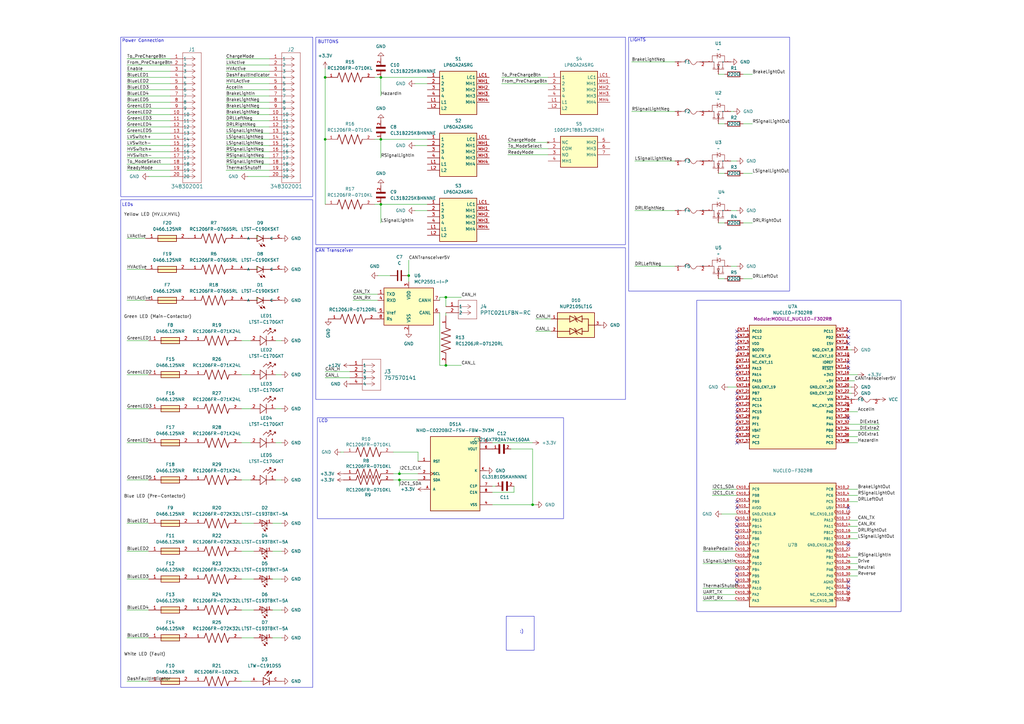
<source format=kicad_sch>
(kicad_sch (version 20250114) (generator "eeschema") (generator_version "9.0")
  (paper "A3")
  (rectangle (start 49.53 81.915) (end 128.27 281.94))
  (rectangle (start 285.75 123.19) (end 369.57 250.825))
  (rectangle (start 49.53 15.24) (end 128.27 80.645))
  (rectangle (start 130.175 171.323) (end 231.14 212.725))
  (rectangle (start 129.54 15.24) (end 256.54 100.33))
  (rectangle (start 257.81 15.24) (end 323.85 119.38))
  (rectangle (start 129.54 101.6) (end 256.54 163.83))
  (rectangle (start 207.645 252.73) (end 219.075 266.7))
  (text "Power Connection" (at 58.674 16.764 0) (effects (font (size 1.27 1.27))))
  (text "CAN Transceiver" (at 137.16 102.87 0) (effects (font (size 1.27 1.27))))
  (text "BUTTONS" (at 134.62 17.272 0) (effects (font (size 1.27 1.27))))
  (text "LIGHTS" (at 261.62 16.51 0) (effects (font (size 1.27 1.27))))
  (text ":)" (at 213.995 259.08 0) (effects (font (size 1.27 1.27))))
  (text "LCD" (at 132.588 172.72 0) (effects (font (size 1.27 1.27))))
  (text "LEDs" (at 52.324 84.074 0) (effects (font (size 1.27 1.27))))
  (junction (at 133.35 57.15))
  (junction (at 163.83 194.31))
  (junction (at 156.21 31.75))
  (junction (at 133.35 31.75))
  (junction (at 182.88 149.86))
  (junction (at 163.83 196.85))
  (junction (at 167.64 113.03))
  (junction (at 156.21 57.15))
  (junction (at 156.21 83.82))
  (junction (at 182.88 121.92))
  (junction (at 218.44 207.01))
  (no_connect (at 302.26 223.52))
  (no_connect (at 347.98 241.3))
  (no_connect (at 347.98 151.13))
  (no_connect (at 302.26 163.83))
  (no_connect (at 302.26 140.97))
  (no_connect (at 302.26 176.53))
  (no_connect (at 347.98 223.52))
  (no_connect (at 302.26 208.28))
  (no_connect (at 347.98 140.97))
  (no_connect (at 347.98 208.28))
  (no_connect (at 302.26 218.44))
  (no_connect (at 347.98 135.89))
  (no_connect (at 302.26 215.9))
  (no_connect (at 302.26 233.68))
  (no_connect (at 347.98 171.45))
  (no_connect (at 302.26 173.99))
  (no_connect (at 302.26 205.74))
  (no_connect (at 302.26 213.36))
  (no_connect (at 302.26 153.67))
  (no_connect (at 347.98 238.76))
  (no_connect (at 302.26 179.07))
  (no_connect (at 302.26 171.45))
  (no_connect (at 302.26 181.61))
  (no_connect (at 347.98 138.43))
  (no_connect (at 302.26 236.22))
  (no_connect (at 302.26 238.76))
  (no_connect (at 302.26 161.29))
  (no_connect (at 302.26 220.98))
  (no_connect (at 302.26 166.37))
  (no_connect (at 302.26 143.51))
  (no_connect (at 302.26 168.91))
  (no_connect (at 302.26 151.13))
  (no_connect (at 302.26 135.89))
  (no_connect (at 347.98 148.59))
  (no_connect (at 302.26 138.43))
  (wire (pts (xy 133.35 154.94) (xy 143.51 154.94)))
  (wire (pts (xy 180.34 121.92) (xy 182.88 121.92)))
  (wire (pts (xy 113.03 167.64) (xy 115.57 167.64)))
  (wire (pts (xy 294.64 50.8) (xy 297.18 50.8)))
  (wire (pts (xy 52.07 46.99) (xy 69.85 46.99)))
  (wire (pts (xy 259.08 45.72) (xy 276.86 45.72)))
  (wire (pts (xy 360.68 176.53) (xy 347.98 176.53)))
  (wire (pts (xy 111.76 214.63) (xy 115.57 214.63)))
  (wire (pts (xy 133.35 57.15) (xy 133.35 83.82)))
  (wire (pts (xy 175.26 86.36) (xy 170.18 86.36)))
  (wire (pts (xy 347.98 205.74) (xy 351.79 205.74)))
  (wire (pts (xy 101.6 72.39) (xy 110.49 72.39)))
  (wire (pts (xy 304.8 30.48) (xy 308.61 30.48)))
  (wire (pts (xy 52.07 57.15) (xy 69.85 57.15)))
  (wire (pts (xy 205.74 34.29) (xy 224.79 34.29)))
  (wire (pts (xy 113.03 196.85) (xy 115.57 196.85)))
  (wire (pts (xy 260.35 109.22) (xy 276.86 109.22)))
  (wire (pts (xy 92.71 69.85) (xy 110.49 69.85)))
  (wire (pts (xy 92.71 57.15) (xy 110.49 57.15)))
  (wire (pts (xy 153.67 57.15) (xy 156.21 57.15)))
  (wire (pts (xy 208.28 60.96) (xy 224.79 60.96)))
  (wire (pts (xy 52.07 29.21) (xy 69.85 29.21)))
  (wire (pts (xy 105.41 123.19) (xy 105.41 121.92)))
  (wire (pts (xy 180.34 149.86) (xy 180.34 128.27)))
  (wire (pts (xy 347.98 143.51) (xy 349.25 143.51)))
  (wire (pts (xy 201.93 201.93) (xy 210.82 201.93)))
  (wire (pts (xy 144.78 120.65) (xy 154.94 120.65)))
  (wire (pts (xy 52.07 69.85) (xy 69.85 69.85)))
  (wire (pts (xy 52.07 59.69) (xy 69.85 59.69)))
  (wire (pts (xy 92.71 59.69) (xy 110.49 59.69)))
  (wire (pts (xy 92.71 44.45) (xy 110.49 44.45)))
  (wire (pts (xy 99.06 167.64) (xy 102.87 167.64)))
  (wire (pts (xy 167.64 106.68) (xy 167.64 113.03)))
  (wire (pts (xy 92.71 39.37) (xy 110.49 39.37)))
  (wire (pts (xy 156.21 83.82) (xy 175.26 83.82)))
  (wire (pts (xy 99.06 261.62) (xy 104.14 261.62)))
  (wire (pts (xy 304.8 50.8) (xy 308.61 50.8)))
  (wire (pts (xy 99.06 139.7) (xy 102.87 139.7)))
  (wire (pts (xy 92.71 34.29) (xy 110.49 34.29)))
  (wire (pts (xy 52.07 62.23) (xy 69.85 62.23)))
  (wire (pts (xy 99.06 153.67) (xy 102.87 153.67)))
  (wire (pts (xy 52.07 237.49) (xy 60.96 237.49)))
  (wire (pts (xy 347.98 228.6) (xy 351.79 228.6)))
  (wire (pts (xy 52.07 52.07) (xy 69.85 52.07)))
  (wire (pts (xy 298.45 158.75) (xy 302.26 158.75)))
  (wire (pts (xy 60.96 72.39) (xy 69.85 72.39)))
  (wire (pts (xy 201.93 207.01) (xy 218.44 207.01)))
  (wire (pts (xy 347.98 213.36) (xy 351.79 213.36)))
  (wire (pts (xy 175.26 34.29) (xy 170.18 34.29)))
  (wire (pts (xy 347.98 231.14) (xy 351.79 231.14)))
  (wire (pts (xy 99.06 196.85) (xy 102.87 196.85)))
  (wire (pts (xy 347.98 168.91) (xy 351.79 168.91)))
  (wire (pts (xy 347.98 156.21) (xy 350.52 156.21)))
  (wire (pts (xy 171.45 185.42) (xy 171.45 189.23)))
  (wire (pts (xy 218.44 207.01) (xy 219.71 207.01)))
  (wire (pts (xy 52.07 64.77) (xy 69.85 64.77)))
  (wire (pts (xy 99.06 250.19) (xy 104.14 250.19)))
  (wire (pts (xy 288.29 243.84) (xy 302.26 243.84)))
  (wire (pts (xy 347.98 236.22) (xy 351.79 236.22)))
  (wire (pts (xy 347.98 203.2) (xy 351.79 203.2)))
  (wire (pts (xy 219.71 130.81) (xy 226.06 130.81)))
  (wire (pts (xy 180.34 149.86) (xy 182.88 149.86)))
  (wire (pts (xy 92.71 41.91) (xy 110.49 41.91)))
  (wire (pts (xy 52.07 250.19) (xy 60.96 250.19)))
  (wire (pts (xy 259.08 25.4) (xy 276.86 25.4)))
  (wire (pts (xy 111.76 237.49) (xy 115.57 237.49)))
  (wire (pts (xy 92.71 64.77) (xy 110.49 64.77)))
  (wire (pts (xy 92.71 46.99) (xy 110.49 46.99)))
  (wire (pts (xy 52.07 279.4) (xy 60.96 279.4)))
  (wire (pts (xy 347.98 218.44) (xy 351.79 218.44)))
  (wire (pts (xy 218.44 207.01) (xy 218.44 184.15)))
  (wire (pts (xy 294.64 114.3) (xy 297.18 114.3)))
  (wire (pts (xy 347.98 220.98) (xy 351.79 220.98)))
  (wire (pts (xy 52.07 36.83) (xy 69.85 36.83)))
  (wire (pts (xy 52.07 49.53) (xy 69.85 49.53)))
  (wire (pts (xy 156.21 83.82) (xy 156.21 91.44)))
  (wire (pts (xy 203.2 199.39) (xy 201.93 199.39)))
  (wire (pts (xy 99.06 279.4) (xy 102.87 279.4)))
  (wire (pts (xy 153.67 83.82) (xy 156.21 83.82)))
  (wire (pts (xy 92.71 29.21) (xy 110.49 29.21)))
  (wire (pts (xy 208.28 58.42) (xy 224.79 58.42)))
  (wire (pts (xy 161.29 185.42) (xy 171.45 185.42)))
  (wire (pts (xy 52.07 110.49) (xy 59.69 110.49)))
  (wire (pts (xy 347.98 215.9) (xy 351.79 215.9)))
  (wire (pts (xy 99.06 214.63) (xy 104.14 214.63)))
  (wire (pts (xy 52.07 39.37) (xy 69.85 39.37)))
  (wire (pts (xy 210.82 201.93) (xy 210.82 199.39)))
  (wire (pts (xy 161.29 196.85) (xy 163.83 196.85)))
  (wire (pts (xy 260.35 86.36) (xy 276.86 86.36)))
  (wire (pts (xy 167.64 113.03) (xy 167.64 115.57)))
  (wire (pts (xy 92.71 31.75) (xy 110.49 31.75)))
  (wire (pts (xy 92.71 26.67) (xy 110.49 26.67)))
  (wire (pts (xy 105.41 110.49) (xy 105.41 109.22)))
  (wire (pts (xy 182.88 149.86) (xy 189.23 149.86)))
  (wire (pts (xy 161.29 194.31) (xy 163.83 194.31)))
  (wire (pts (xy 294.64 71.12) (xy 297.18 71.12)))
  (wire (pts (xy 113.03 153.67) (xy 115.57 153.67)))
  (wire (pts (xy 156.21 57.15) (xy 175.26 57.15)))
  (wire (pts (xy 52.07 34.29) (xy 69.85 34.29)))
  (wire (pts (xy 153.67 31.75) (xy 156.21 31.75)))
  (wire (pts (xy 52.07 181.61) (xy 60.96 181.61)))
  (wire (pts (xy 219.71 135.89) (xy 226.06 135.89)))
  (wire (pts (xy 209.55 184.15) (xy 218.44 184.15)))
  (wire (pts (xy 92.71 54.61) (xy 110.49 54.61)))
  (wire (pts (xy 52.07 226.06) (xy 60.96 226.06)))
  (wire (pts (xy 288.29 246.38) (xy 302.26 246.38)))
  (wire (pts (xy 156.21 31.75) (xy 156.21 39.37)))
  (wire (pts (xy 205.74 31.75) (xy 224.79 31.75)))
  (wire (pts (xy 111.76 250.19) (xy 115.57 250.19)))
  (wire (pts (xy 99.06 181.61) (xy 102.87 181.61)))
  (wire (pts (xy 52.07 261.62) (xy 60.96 261.62)))
  (wire (pts (xy 208.28 63.5) (xy 224.79 63.5)))
  (wire (pts (xy 52.07 139.7) (xy 60.96 139.7)))
  (wire (pts (xy 163.83 196.85) (xy 163.83 199.39)))
  (wire (pts (xy 92.71 67.31) (xy 110.49 67.31)))
  (wire (pts (xy 156.21 31.75) (xy 175.26 31.75)))
  (wire (pts (xy 347.98 179.07) (xy 351.79 179.07)))
  (wire (pts (xy 52.07 196.85) (xy 60.96 196.85)))
  (wire (pts (xy 347.98 181.61) (xy 351.79 181.61)))
  (wire (pts (xy 52.07 31.75) (xy 69.85 31.75)))
  (wire (pts (xy 347.98 158.75) (xy 349.25 158.75)))
  (wire (pts (xy 52.07 67.31) (xy 69.85 67.31)))
  (wire (pts (xy 288.29 241.3) (xy 302.26 241.3)))
  (wire (pts (xy 299.72 86.36) (xy 302.26 86.36)))
  (wire (pts (xy 299.72 109.22) (xy 302.26 109.22)))
  (wire (pts (xy 99.06 226.06) (xy 104.14 226.06)))
  (wire (pts (xy 52.07 44.45) (xy 69.85 44.45)))
  (wire (pts (xy 304.8 71.12) (xy 308.61 71.12)))
  (wire (pts (xy 52.07 167.64) (xy 60.96 167.64)))
  (wire (pts (xy 52.07 153.67) (xy 60.96 153.67)))
  (wire (pts (xy 182.88 128.27) (xy 182.88 129.54)))
  (wire (pts (xy 105.41 97.79) (xy 105.41 96.52)))
  (wire (pts (xy 347.98 200.66) (xy 351.79 200.66)))
  (wire (pts (xy 175.26 59.69) (xy 170.18 59.69)))
  (wire (pts (xy 304.8 91.44) (xy 308.61 91.44)))
  (wire (pts (xy 347.98 233.68) (xy 351.79 233.68)))
  (wire (pts (xy 260.35 66.04) (xy 276.86 66.04)))
  (wire (pts (xy 292.1 200.66) (xy 302.26 200.66)))
  (wire (pts (xy 288.29 226.06) (xy 302.26 226.06)))
  (wire (pts (xy 52.07 54.61) (xy 69.85 54.61)))
  (wire (pts (xy 52.07 24.13) (xy 69.85 24.13)))
  (wire (pts (xy 292.1 203.2) (xy 302.26 203.2)))
  (wire (pts (xy 182.88 121.92) (xy 189.23 121.92)))
  (wire (pts (xy 52.07 41.91) (xy 69.85 41.91)))
  (wire (pts (xy 182.88 121.92) (xy 182.88 125.73)))
  (wire (pts (xy 299.72 66.04) (xy 302.26 66.04)))
  (wire (pts (xy 92.71 52.07) (xy 110.49 52.07)))
  (wire (pts (xy 92.71 62.23) (xy 110.49 62.23)))
  (wire (pts (xy 294.64 30.48) (xy 297.18 30.48)))
  (wire (pts (xy 52.07 123.19) (xy 59.69 123.19)))
  (wire (pts (xy 294.64 91.44) (xy 297.18 91.44)))
  (wire (pts (xy 92.71 36.83) (xy 110.49 36.83)))
  (wire (pts (xy 295.91 210.82) (xy 302.26 210.82)))
  (wire (pts (xy 347.98 153.67) (xy 351.79 153.67)))
  (wire (pts (xy 304.8 114.3) (xy 308.61 114.3)))
  (wire (pts (xy 133.35 31.75) (xy 133.35 57.15)))
  (wire (pts (xy 288.29 231.14) (xy 302.26 231.14)))
  (wire (pts (xy 113.03 181.61) (xy 115.57 181.61)))
  (wire (pts (xy 163.83 194.31) (xy 171.45 194.31)))
  (wire (pts (xy 52.07 26.67) (xy 69.85 26.67)))
  (wire (pts (xy 133.35 152.4) (xy 143.51 152.4)))
  (wire (pts (xy 111.76 261.62) (xy 115.57 261.62)))
  (wire (pts (xy 360.68 173.99) (xy 347.98 173.99)))
  (wire (pts (xy 92.71 49.53) (xy 110.49 49.53)))
  (wire (pts (xy 113.03 139.7) (xy 115.57 139.7)))
  (wire (pts (xy 180.34 121.92) (xy 180.34 123.19)))
  (wire (pts (xy 201.93 181.61) (xy 218.44 181.61)))
  (wire (pts (xy 144.78 123.19) (xy 154.94 123.19)))
  (wire (pts (xy 99.06 237.49) (xy 104.14 237.49)))
  (wire (pts (xy 52.07 214.63) (xy 60.96 214.63)))
  (wire (pts (xy 163.83 193.04) (xy 163.83 194.31)))
  (wire (pts (xy 133.35 27.94) (xy 133.35 31.75)))
  (wire (pts (xy 111.76 226.06) (xy 115.57 226.06)))
  (wire (pts (xy 92.71 24.13) (xy 110.49 24.13)))
  (wire (pts (xy 156.21 57.15) (xy 156.21 64.77)))
  (wire (pts (xy 300.99 45.72) (xy 299.72 45.72)))
  (wire (pts (xy 347.98 161.29) (xy 349.25 161.29)))
  (wire (pts (xy 154.94 113.03) (xy 160.02 113.03)))
  (wire (pts (xy 163.83 196.85) (xy 171.45 196.85)))
  (wire (pts (xy 139.7 185.42) (xy 140.97 185.42)))
  (wire (pts (xy 52.07 97.79) (xy 59.69 97.79)))
  (label "CAN_TX" (at 351.79 213.36 0))
  (label "RSignalLightOut" (at 351.79 203.2 0))
  (label "DRLRightNeg" (at 92.71 52.07 0))
  (label "GreenLED3" (at 52.07 167.64 0))
  (label "LSignalLightNeg" (at 92.71 54.61 0))
  (label "LSignalLightOut" (at 351.79 220.98 0))
  (label "ThermalShutoff" (at 288.29 241.3 0))
  (label "To_ModeSelect" (at 52.07 67.31 0))
  (label "BlueLED1" (at 52.07 214.63 0))
  (label "BrakeLightNeg" (at 259.08 25.4 0))
  (label "DRLRightNeg" (at 260.35 86.36 0))
  (label "GreenLED1" (at 52.07 44.45 0))
  (label "LSignalLightOut" (at 308.61 71.12 0))
  (label "CAN_H" (at 133.35 152.4 0))
  (label "BrakeLightIn" (at 92.71 39.37 0))
  (label "GreenLED1" (at 52.07 139.7 0))
  (label "I2C1_CLK" (at 163.83 193.04 0))
  (label "BrakePedalIn" (at 288.29 226.06 0))
  (label "HazardIn" (at 156.21 39.37 0))
  (label "DRLLeftOut" (at 351.79 205.74 0))
  (label "GreenLED2" (at 52.07 153.67 0))
  (label "BlueLED3" (at 52.07 36.83 0))
  (label "RSignalLightNeg" (at 92.71 64.77 0))
  (label "HazardIn" (at 351.79 181.61 0))
  (label "CAN_L" (at 219.71 135.89 0))
  (label "HVILActive" (at 92.71 34.29 0))
  (label "To_ModeSelect" (at 208.28 60.96 0))
  (label "GreenLED2" (at 52.07 46.99 0))
  (label "Neutral" (at 351.79 233.68 0))
  (label "I2C1_SDA" (at 292.1 200.66 0))
  (label "RSignalLightNeg" (at 92.71 67.31 0))
  (label "Drive" (at 351.79 231.14 0))
  (label "LSignalLightNeg" (at 260.35 66.04 0))
  (label "BrakeLightNeg" (at 92.71 46.99 0))
  (label "AccelIn" (at 351.79 168.91 0))
  (label "CAN_L" (at 189.23 149.86 0))
  (label "DRLLeftOut" (at 308.61 114.3 0))
  (label "RSignalLightIn" (at 156.21 64.77 0))
  (label "BrakeLightNeg" (at 92.71 44.45 0))
  (label "LVSwitch-" (at 52.07 59.69 0))
  (label "CANTransceiver5V" (at 350.52 156.21 0))
  (label "DOExtra1" (at 351.79 179.07 0))
  (label "To_PreChargeBtn" (at 52.07 24.13 0))
  (label "I2C1_SDA" (at 163.83 199.39 0))
  (label "BrakeLightNeg" (at 92.71 41.91 0))
  (label "DRLLeftNeg" (at 92.71 49.53 0))
  (label "DRLRightOut" (at 351.79 218.44 0))
  (label "BlueLED5" (at 52.07 41.91 0))
  (label "Blue LED (Pre-Contactor)" (at 50.8 204.47 0))
  (label "BlueLED1" (at 52.07 31.75 0))
  (label "GreenLED5" (at 52.07 54.61 0))
  (label "HVActive" (at 52.07 110.49 0))
  (label "BlueLED4" (at 52.07 250.19 0))
  (label "LVSwitch+" (at 52.07 57.15 0))
  (label "To_PreChargeBtn" (at 205.74 31.75 0))
  (label "CAN_RX" (at 144.78 123.19 0))
  (label "DIExtra1" (at 360.68 173.99 180))
  (label "LSignalLightNeg" (at 92.71 57.15 0))
  (label "BlueLED3" (at 52.07 237.49 0))
  (label "ChargeMode" (at 92.71 24.13 0))
  (label "LVActive" (at 52.07 97.79 0))
  (label "RSignalLightNeg" (at 259.08 45.72 0))
  (label "DIExtra2" (at 360.68 176.53 180))
  (label "LSignalLightNeg" (at 92.71 59.69 0))
  (label "RSignalLightNeg" (at 92.71 62.23 0))
  (label "UART_TX" (at 288.29 243.84 0))
  (label "Green LED (Main-Contactor)" (at 50.8 130.81 0))
  (label "Yellow LED (HV,LV,HVIL)" (at 50.8 88.9 0))
  (label "HVILActive" (at 52.07 123.19 0))
  (label "ReadyMode" (at 208.28 63.5 0))
  (label "From_PreChargeBtn" (at 205.74 34.29 0))
  (label "LVActive" (at 92.71 26.67 0))
  (label "Enable" (at 52.07 29.21 0))
  (label "UART_RX" (at 288.29 246.38 0))
  (label "ReadyMode" (at 52.07 69.85 0))
  (label "Reverse" (at 351.79 236.22 0))
  (label "GreenLED3" (at 52.07 49.53 0))
  (label "White LED (Fault)" (at 50.8 269.24 0))
  (label "RSignalLightIn" (at 351.79 228.6 0))
  (label "GreenLED4" (at 52.07 181.61 0))
  (label "DRLRightOut" (at 308.61 91.44 0))
  (label "LSignalLightIn" (at 156.21 91.44 0))
  (label "BlueLED2" (at 52.07 34.29 0))
  (label "From_PreChargeBtn" (at 52.07 26.67 0))
  (label "BlueLED5" (at 52.07 261.62 0))
  (label "I2C1_CLK" (at 292.1 203.2 0))
  (label "HVSwitch+" (at 52.07 62.23 0))
  (label "CAN_TX" (at 144.78 120.65 0))
  (label "DashFaultIndicator" (at 92.71 31.75 0))
  (label "ThermalShutoff" (at 92.71 69.85 0))
  (label "CANTransceiver5V" (at 167.64 106.68 0))
  (label "BlueLED4" (at 52.07 39.37 0))
  (label "BrakeLightOut" (at 308.61 30.48 0))
  (label "DRLLeftNeg" (at 260.35 109.22 0))
  (label "GreenLED4" (at 52.07 52.07 0))
  (label "CAN_L" (at 133.35 154.94 0))
  (label "ChargeMode" (at 208.28 58.42 0))
  (label "HVActive" (at 92.71 29.21 0))
  (label "CAN_H" (at 189.23 121.92 0))
  (label "CAN_RX" (at 351.79 215.9 0))
  (label "HVSwitch-" (at 52.07 64.77 0))
  (label "DashFaultIndicator" (at 52.07 279.4 0))
  (label "LSignalLightIn" (at 288.29 231.14 0))
  (label "AccelIn" (at 92.71 36.83 0))
  (label "BrakeLightOut" (at 351.79 200.66 0))
  (label "RSignalLightOut" (at 308.61 50.8 0))
  (label "CAN_H" (at 219.71 130.81 0))
  (label "BlueLED2" (at 52.07 226.06 0))
  (label "GreenLED5" (at 52.07 196.85 0))
  (symbol (lib_id "power:GND") (at 60.96 72.39 270) (unit 1)
    (property "Reference" "#PWR035" (effects (hide yes)))
    (property "Value" "GND" (at 57.15 72.3899 90) (effects (justify right)))
    (property "Description" "Power symbol creates a global label with name \"GND\" , ground" (effects (hide yes)))
  )
  (symbol (lib_id "LTST-C190KSKT:LTST-C190KSKT") (at 107.95 110.49 180) (unit 1)
    (property "Reference" "D8" (at 106.68 104.14 0))
    (property "Value" "LTST-C190KSKT" (at 106.68 106.68 0))
    (property "Footprint" "LED_SMD:LEDM1608X80" (effects (hide yes)))
    (property "MANUFACTURER" "Lite On" (effects (hide yes)))
  )
  (symbol (lib_id "RC1206FR-0710KL:RC1206FR-0710KL") (at 151.13 194.31 0) (unit 1)
    (property "Reference" "R8" (at 150.114 188.976 0))
    (property "Value" "RC1206FR-0710KL" (at 151.13 191.262 0))
    (property "Footprint" "Resistor_SMD:RESC3116X65N" (effects (hide yes)))
  )
  (symbol (lib_id "power:GND") (at 115.57 196.85 90) (unit 1)
    (property "Reference" "#PWR061" (effects (hide yes)))
    (property "Value" "GND" (at 119.38 196.8499 90) (effects (justify right)))
    (property "Description" "Power symbol creates a global label with name \"GND\" , ground" (effects (hide yes)))
  )
  (symbol (lib_id "0466_125NR:0466.125NR") (at 60.96 279.4 0) (unit 1)
    (property "Reference" "F10" (at 69.85 273.05 0))
    (property "Value" "0466.125NR" (at 69.85 275.59 0))
    (property "Footprint" "Fuse:FUSC3215X66N" (effects (hide yes)))
    (property "Datasheet" "http://www.littelfuse.com/~/media/electronics/datasheets/fuses/littelfuse_fuse_466_datasheet.pdf.pdf" (effects (hide yes)))
    (property "Description" "Fuse SMD 1206 0.125A FF marking code B Littelfuse 0.125A FF Surface Mount Fuse, 125 V ac/dc" (effects (hide yes)))
    (property "Height" "0.66" (effects (hide yes)))
    (property "Mouser Part Number" "576-0466.125NR" (effects (hide yes)))
    (property "Mouser Price/Stock" "https://www.mouser.co.uk/ProductDetail/Littelfuse/0466.125NR?qs=TSScP84zSErc%2FT%252BW4dqzlg%3D%3D" (effects (hide yes)))
    (property "Manufacturer_Name" "LITTELFUSE" (effects (hide yes)))
    (property "Manufacturer_Part_Number" "0466.125NR" (effects (hide yes)))
  )
  (symbol (lib_id "RC1206FR-072K32L:RC1206FR-072K32L") (at 88.9 226.06 0) (unit 1)
    (property "Reference" "R22" (at 88.9 219.71 0))
    (property "Value" "RC1206FR-072K32L" (at 88.9 222.25 0))
    (property "Footprint" "Resistor_SMD:RESC3116X65N" (effects (hide yes)))
  )
  (symbol (lib_id "LTW-C191DS5:LTW-C191DS5") (at 110.49 279.4 0) (unit 1)
    (property "Reference" "D3" (at 108.4834 270.51 0))
    (property "Value" "LTW-C191DS5" (at 108.4834 273.05 0))
    (property "Footprint" "LED_SMD:LEDC1608X65N" (effects (hide yes)))
  )
  (symbol (lib_id "DC_Parts:GND") (at 134.62 130.81 0) (unit 1)
    (property "Reference" "#PWR016" (effects (hide yes)))
    (property "Value" "GND" (at 134.6199 134.62 90) (effects (justify right)))
    (property "Description" "Power symbol creates a global label with name \"GND\" , ground" (effects (hide yes)))
  )
  (symbol (lib_id "DC_Parts:GND") (at 302.26 109.22 90) (unit 1)
    (property "Reference" "#PWR08" (effects (hide yes)))
    (property "Value" "GND" (at 306.07 109.2199 90) (effects (justify right)))
    (property "Description" "Power symbol creates a global label with name \"GND\" , ground" (effects (hide yes)))
  )
  (symbol (lib_id "0466_125NR:0466.125NR") (at 60.96 139.7 0) (unit 1)
    (property "Reference" "F8" (at 69.85 133.35 0))
    (property "Value" "0466.125NR" (at 69.85 135.89 0))
    (property "Footprint" "Fuse:FUSC3215X66N" (effects (hide yes)))
    (property "Datasheet" "http://www.littelfuse.com/~/media/electronics/datasheets/fuses/littelfuse_fuse_466_datasheet.pdf.pdf" (effects (hide yes)))
    (property "Description" "Fuse SMD 1206 0.125A FF marking code B Littelfuse 0.125A FF Surface Mount Fuse, 125 V ac/dc" (effects (hide yes)))
    (property "Height" "0.66" (effects (hide yes)))
    (property "Mouser Part Number" "576-0466.125NR" (effects (hide yes)))
    (property "Mouser Price/Stock" "https://www.mouser.co.uk/ProductDetail/Littelfuse/0466.125NR?qs=TSScP84zSErc%2FT%252BW4dqzlg%3D%3D" (effects (hide yes)))
    (property "Manufacturer_Name" "LITTELFUSE" (effects (hide yes)))
    (property "Manufacturer_Part_Number" "0466.125NR" (effects (hide yes)))
  )
  (symbol (lib_id "power:+3.3V") (at 218.44 181.61 270) (unit 1)
    (property "Reference" "#PWR045" (effects (hide yes)))
    (property "Value" "+3.3V" (at 222.25 181.6099 90) (effects (justify left)))
    (property "Description" "Power symbol creates a global label with name \"+3.3V\"" (effects (hide yes)))
  )
  (symbol (lib_id "power:GND") (at 115.57 237.49 90) (unit 1)
    (property "Reference" "#PWR049" (effects (hide yes)))
    (property "Value" "GND" (at 119.38 237.4899 90) (effects (justify right)))
    (property "Description" "Power symbol creates a global label with name \"GND\" , ground" (effects (hide yes)))
  )
  (symbol (lib_id "RC1206FR-072K32L:RC1206FR-072K32L") (at 88.9 261.62 0) (unit 1)
    (property "Reference" "R25" (at 88.9 255.27 0))
    (property "Value" "RC1206FR-072K32L" (at 88.9 257.81 0))
    (property "Footprint" "Resistor_SMD:RESC3116X65N" (effects (hide yes)))
  )
  (symbol (lib_id "MX150_sym:348302001") (at 69.85 24.13 0) (unit 1)
    (property "Reference" "J1" (at 77.216 20.32 0) (effects (font (size 1.524 1.524)) (justify left)))
    (property "Value" "348302001" (at 70.104 76.454 0) (effects (font (size 1.524 1.524)) (justify left)))
    (property "Footprint" "Connector_Molex:CONN_SD-34829-001_20_ST_MOL" (effects (hide yes)))
    (property "Datasheet" "https://www.molex.com/en-us/products/part-detail-pdf/348302001?display=pdf" (effects (hide yes)))
  )
  (symbol (lib_id "power:GND") (at 115.57 123.19 90) (unit 1)
    (property "Reference" "#PWR038" (effects (hide yes)))
    (property "Value" "GND" (at 119.38 123.1899 90) (effects (justify right)))
    (property "Description" "Power symbol creates a global label with name \"GND\" , ground" (effects (hide yes)))
  )
  (symbol (lib_id "0466_125NR:0466.125NR") (at 60.96 196.85 0) (unit 1)
    (property "Reference" "F18" (at 69.85 190.5 0))
    (property "Value" "0466.125NR" (at 69.85 193.04 0))
    (property "Footprint" "Fuse:FUSC3215X66N" (effects (hide yes)))
    (property "Datasheet" "http://www.littelfuse.com/~/media/electronics/datasheets/fuses/littelfuse_fuse_466_datasheet.pdf.pdf" (effects (hide yes)))
    (property "Description" "Fuse SMD 1206 0.125A FF marking code B Littelfuse 0.125A FF Surface Mount Fuse, 125 V ac/dc" (effects (hide yes)))
    (property "Height" "0.66" (effects (hide yes)))
    (property "Mouser Part Number" "576-0466.125NR" (effects (hide yes)))
    (property "Mouser Price/Stock" "https://www.mouser.co.uk/ProductDetail/Littelfuse/0466.125NR?qs=TSScP84zSErc%2FT%252BW4dqzlg%3D%3D" (effects (hide yes)))
    (property "Manufacturer_Name" "LITTELFUSE" (effects (hide yes)))
    (property "Manufacturer_Part_Number" "0466.125NR" (effects (hide yes)))
  )
  (symbol (lib_id "0466_125NR:0466.125NR") (at 60.96 237.49 0) (unit 1)
    (property "Reference" "F12" (at 69.85 231.14 0))
    (property "Value" "0466.125NR" (at 69.85 233.68 0))
    (property "Footprint" "Fuse:FUSC3215X66N" (effects (hide yes)))
    (property "Datasheet" "http://www.littelfuse.com/~/media/electronics/datasheets/fuses/littelfuse_fuse_466_datasheet.pdf.pdf" (effects (hide yes)))
    (property "Description" "Fuse SMD 1206 0.125A FF marking code B Littelfuse 0.125A FF Surface Mount Fuse, 125 V ac/dc" (effects (hide yes)))
    (property "Height" "0.66" (effects (hide yes)))
    (property "Mouser Part Number" "576-0466.125NR" (effects (hide yes)))
    (property "Mouser Price/Stock" "https://www.mouser.co.uk/ProductDetail/Littelfuse/0466.125NR?qs=TSScP84zSErc%2FT%252BW4dqzlg%3D%3D" (effects (hide yes)))
    (property "Manufacturer_Name" "LITTELFUSE" (effects (hide yes)))
    (property "Manufacturer_Part_Number" "0466.125NR" (effects (hide yes)))
  )
  (symbol (lib_id "RC1206FR-071K24L:RC1206FR-071K24L") (at 88.9 153.67 0) (unit 1)
    (property "Reference" "R26" (at 88.9 147.32 0))
    (property "Value" "RC1206FR-071K24L" (at 88.9 149.86 0))
    (property "Footprint" "Resistor_SMD:RESC3116X65N" (effects (hide yes)))
  )
  (symbol (lib_id "RC1206FR-102K2L:RC1206FR-102K2L") (at 88.9 279.4 0) (unit 1)
    (property "Reference" "R21" (at 88.9 273.05 0))
    (property "Value" "RC1206FR-102K2L" (at 88.9 275.59 0))
    (property "Footprint" "Resistor_SMD:RESC3116X65N" (effects (hide yes)))
    (property "PARTREV" "12" (effects (hide yes)))
    (property "MANUFACTURER" "Yageo" (effects (hide yes)))
    (property "MAXIMUM_PACKAGE_HEIGHT" "0.65mm" (effects (hide yes)))
    (property "STANDARD" "IPC-7351B" (effects (hide yes)))
  )
  (symbol (lib_id "0466_125NR:0466.125NR") (at 60.96 226.06 0) (unit 1)
    (property "Reference" "F11" (at 69.85 219.71 0))
    (property "Value" "0466.125NR" (at 69.85 222.25 0))
    (property "Footprint" "Fuse:FUSC3215X66N" (effects (hide yes)))
    (property "Datasheet" "http://www.littelfuse.com/~/media/electronics/datasheets/fuses/littelfuse_fuse_466_datasheet.pdf.pdf" (effects (hide yes)))
    (property "Description" "Fuse SMD 1206 0.125A FF marking code B Littelfuse 0.125A FF Surface Mount Fuse, 125 V ac/dc" (effects (hide yes)))
    (property "Height" "0.66" (effects (hide yes)))
    (property "Mouser Part Number" "576-0466.125NR" (effects (hide yes)))
    (property "Mouser Price/Stock" "https://www.mouser.co.uk/ProductDetail/Littelfuse/0466.125NR?qs=TSScP84zSErc%2FT%252BW4dqzlg%3D%3D" (effects (hide yes)))
    (property "Manufacturer_Name" "LITTELFUSE" (effects (hide yes)))
    (property "Manufacturer_Part_Number" "0466.125NR" (effects (hide yes)))
  )
  (symbol (lib_id "MX150_sym:348302001") (at 110.49 24.13 0) (unit 1)
    (property "Reference" "J2" (at 117.856 20.32 0) (effects (font (size 1.524 1.524)) (justify left)))
    (property "Value" "348302001" (at 110.744 76.454 0) (effects (font (size 1.524 1.524)) (justify left)))
    (property "Footprint" "Connector_Molex:CONN_SD-34829-001_20_ST_MOL" (effects (hide yes)))
    (property "Datasheet" "https://www.molex.com/en-us/products/part-detail-pdf/348302001?display=pdf" (effects (hide yes)))
  )
  (symbol (lib_id "CL31B225KBHNNNE:CL31B225KBHNNNE") (at 156.21 29.21 90) (unit 1)
    (property "Reference" "C10" (at 160.02 26.6699 90) (effects (justify right)))
    (property "Value" "CL31B225KBHNNNE" (at 160.02 29.2099 90) (effects (justify right)))
    (property "Footprint" "Capacitor_SMD:CAPC3216X180N" (effects (hide yes)))
    (property "E_max" "1.8" (effects (hide yes)))
    (property "L_max" "0.8" (effects (hide yes)))
    (property "A_max" "1.8" (effects (hide yes)))
    (property "L1_nom" "0.5" (effects (hide yes)))
    (property "D_max" "3.4" (effects (hide yes)))
    (property "A_nom" "1.8" (effects (hide yes)))
    (property "L1_max" "0.8" (effects (hide yes)))
    (property "L1_min" "0.2" (effects (hide yes)))
    (property "A_min" "1.8" (effects (hide yes)))
    (property "E_min" "1.4" (effects (hide yes)))
    (property "D_min" "3.0" (effects (hide yes)))
    (property "D_nom" "3.2" (effects (hide yes)))
    (property "E_nom" "1.6" (effects (hide yes)))
    (property "STANDARD" "IPC 7351B" (effects (hide yes)))
    (property "L_min" "0.2" (effects (hide yes)))
    (property "L_nom" "0.5" (effects (hide yes)))
    (property "MANUFACTURER" "Samsung Electro-Mechanics" (effects (hide yes)))
  )
  (symbol (lib_id "DC_Parts:GND") (at 246.38 133.35 90) (unit 1)
    (property "Reference" "#PWR014" (effects (hide yes)))
    (property "Value" "GND" (at 250.19 133.3499 90) (effects (justify right)))
    (property "Description" "Power symbol creates a global label with name \"GND\" , ground" (effects (hide yes)))
  )
  (symbol (lib_id "RC1206FR-071K24L:RC1206FR-071K24L") (at 88.9 139.7 0) (unit 1)
    (property "Reference" "R19" (at 88.9 133.35 0))
    (property "Value" "RC1206FR-071K24L" (at 88.9 135.89 0))
    (property "Footprint" "Resistor_SMD:RESC3116X65N" (effects (hide yes)))
  )
  (symbol (lib_id "DC_Parts:R") (at 300.99 71.12 90) (unit 1)
    (property "Reference" "R3" (at 300.99 68.58 90))
    (property "Value" "220Ω" (at 300.99 71.12 90))
    (property "Footprint" "Resistor_SMD:RESC3216X70N" (effects (hide yes)))
    (property "Description" "Resistor" (effects (hide yes)))
  )
  (symbol (lib_id "DC_Parts:FQP30N06L") (at 294.64 66.04 90) (unit 1)
    (property "Reference" "U3" (at 294.64 58.42 90))
    (property "Value" "~" (at 294.64 60.96 90))
    (property "Footprint" "Battery:TO254P470X1016X2019-3P" (effects (hide yes)))
    (property "Datasheet" "https://atta.szlcsc.com/upload/public/pdf/source/20220923/DB01B4617723520DCFE997B5B1D3C46E.pdf" (effects (hide yes)))
    (property "Description" "Type:1个NChannel Drain Source Voltage (Vdss):60V Continuous Drain Current (Id): Power Dissipation (Pd): Drain Source On Resistance (RDS(on)@Vgs,Id): Gate Threshold Voltage (Vgs(th)@Id):2.5V@250uA Total Gate Charge (Qg@Vgs):20nC@5V Input Capacitance (Ciss@V" (effects (hide yes)))
    (property "Manufacturer Part" "FQP30N06L" (effects (hide yes)))
    (property "Manufacturer" "onsemi(安森美)" (effects (hide yes)))
    (property "Supplier Part" "C243087" (effects (hide yes)))
    (property "Supplier" "LCSC" (effects (hide yes)))
    (property "LCSC Part Name" "1个N沟道 耐压:60V 电流:32A 停产" (effects (hide yes)))
  )
  (symbol (lib_id "RC1206FR-071K24L:RC1206FR-071K24L") (at 88.9 181.61 0) (unit 1)
    (property "Reference" "R28" (at 88.9 175.26 0))
    (property "Value" "RC1206FR-071K24L" (at 88.9 177.8 0))
    (property "Footprint" "Resistor_SMD:RESC3116X65N" (effects (hide yes)))
  )
  (symbol (lib_id "RC1206FR-0710KL:RC1206FR-0710KL") (at 143.51 31.75 0) (unit 1)
    (property "Reference" "R15" (at 143.51 25.4 0))
    (property "Value" "RC1206FR-0710KL" (at 143.51 27.94 0))
    (property "Footprint" "Resistor_SMD:RESC3116X65N" (effects (hide yes)))
  )
  (symbol (lib_id "LTST-C190KSKT:LTST-C190KSKT") (at 107.95 123.19 180) (unit 1)
    (property "Reference" "D1" (at 106.68 116.84 0))
    (property "Value" "LTST-C190KSKT" (at 106.68 119.38 0))
    (property "Footprint" "LED_SMD:LEDM1608X80" (effects (hide yes)))
    (property "MANUFACTURER" "Lite On" (effects (hide yes)))
  )
  (symbol (lib_id "2026-02-10_18-36-51:LTST-C170GKT") (at 102.87 181.61 0) (unit 1)
    (property "Reference" "LED4" (at 109.22 171.45 0))
    (property "Value" "LTST-C170GKT" (at 109.22 173.99 0))
    (property "Footprint" "LED_SMD:LED_LTST-C170GKT_LTO" (effects (hide yes)))
    (property "Datasheet" "LTST-C170GKT" (effects (hide yes)))
  )
  (symbol (lib_id "DC_Parts:GND") (at 298.45 158.75 270) (unit 1)
    (property "Reference" "#PWR022" (effects (hide yes)))
    (property "Value" "GND" (at 294.64 158.7499 90) (effects (justify right)))
    (property "Description" "Power symbol creates a global label with name \"GND\" , ground" (effects (hide yes)))
  )
  (symbol (lib_id "power:GND") (at 115.57 214.63 90) (unit 1)
    (property "Reference" "#PWR042" (effects (hide yes)))
    (property "Value" "GND" (at 119.38 214.6299 90) (effects (justify right)))
    (property "Description" "Power symbol creates a global label with name \"GND\" , ground" (effects (hide yes)))
  )
  (symbol (lib_id "RC1206FR-0710KL:RC1206FR-0710KL") (at 151.13 185.42 0) (unit 1)
    (property "Reference" "R10" (at 150.114 180.086 0))
    (property "Value" "RC1206FR-0710KL" (at 151.13 182.372 0))
    (property "Footprint" "Resistor_SMD:RESC3116X65N" (effects (hide yes)))
  )
  (symbol (lib_id "RC1206JR-07120RL:RC1206JR-07120RL") (at 182.88 139.7 270) (unit 1)
    (property "Reference" "R13" (at 186.69 138.4299 90) (effects (justify left)))
    (property "Value" "RC1206JR-07120RL" (at 186.69 140.9699 90) (effects (justify left)))
    (property "Footprint" "Resistor_SMD:RESC3116X65N" (effects (hide yes)))
  )
  (symbol (lib_id "0466_125NR:0466.125NR") (at 60.96 181.61 0) (unit 1)
    (property "Reference" "F17" (at 69.85 175.26 0))
    (property "Value" "0466.125NR" (at 69.85 177.8 0))
    (property "Footprint" "Fuse:FUSC3215X66N" (effects (hide yes)))
    (property "Datasheet" "http://www.littelfuse.com/~/media/electronics/datasheets/fuses/littelfuse_fuse_466_datasheet.pdf.pdf" (effects (hide yes)))
    (property "Description" "Fuse SMD 1206 0.125A FF marking code B Littelfuse 0.125A FF Surface Mount Fuse, 125 V ac/dc" (effects (hide yes)))
    (property "Height" "0.66" (effects (hide yes)))
    (property "Mouser Part Number" "576-0466.125NR" (effects (hide yes)))
    (property "Mouser Price/Stock" "https://www.mouser.co.uk/ProductDetail/Littelfuse/0466.125NR?qs=TSScP84zSErc%2FT%252BW4dqzlg%3D%3D" (effects (hide yes)))
    (property "Manufacturer_Name" "LITTELFUSE" (effects (hide yes)))
    (property "Manufacturer_Part_Number" "0466.125NR" (effects (hide yes)))
  )
  (symbol (lib_id "power:GND") (at 101.6 72.39 270) (unit 1)
    (property "Reference" "#PWR034" (effects (hide yes)))
    (property "Value" "GND" (at 97.79 72.3899 90) (effects (justify right)))
    (property "Description" "Power symbol creates a global label with name \"GND\" , ground" (effects (hide yes)))
  )
  (symbol (lib_id "0466_125NR:0466.125NR") (at 59.69 110.49 0) (unit 1)
    (property "Reference" "F19" (at 68.58 104.14 0))
    (property "Value" "0466.125NR" (at 68.58 106.68 0))
    (property "Footprint" "Fuse:FUSC3215X66N" (effects (hide yes)))
    (property "Datasheet" "http://www.littelfuse.com/~/media/electronics/datasheets/fuses/littelfuse_fuse_466_datasheet.pdf.pdf" (effects (hide yes)))
    (property "Description" "Fuse SMD 1206 0.125A FF marking code B Littelfuse 0.125A FF Surface Mount Fuse, 125 V ac/dc" (effects (hide yes)))
    (property "Height" "0.66" (effects (hide yes)))
    (property "Mouser Part Number" "576-0466.125NR" (effects (hide yes)))
    (property "Mouser Price/Stock" "https://www.mouser.co.uk/ProductDetail/Littelfuse/0466.125NR?qs=TSScP84zSErc%2FT%252BW4dqzlg%3D%3D" (effects (hide yes)))
    (property "Manufacturer_Name" "LITTELFUSE" (effects (hide yes)))
    (property "Manufacturer_Part_Number" "0466.125NR" (effects (hide yes)))
  )
  (symbol (lib_id "0466_125NR:0466.125NR") (at 59.69 123.19 0) (unit 1)
    (property "Reference" "F7" (at 68.58 116.84 0))
    (property "Value" "0466.125NR" (at 68.58 119.38 0))
    (property "Footprint" "Fuse:FUSC3215X66N" (effects (hide yes)))
    (property "Datasheet" "http://www.littelfuse.com/~/media/electronics/datasheets/fuses/littelfuse_fuse_466_datasheet.pdf.pdf" (effects (hide yes)))
    (property "Description" "Fuse SMD 1206 0.125A FF marking code B Littelfuse 0.125A FF Surface Mount Fuse, 125 V ac/dc" (effects (hide yes)))
    (property "Height" "0.66" (effects (hide yes)))
    (property "Mouser Part Number" "576-0466.125NR" (effects (hide yes)))
    (property "Mouser Price/Stock" "https://www.mouser.co.uk/ProductDetail/Littelfuse/0466.125NR?qs=TSScP84zSErc%2FT%252BW4dqzlg%3D%3D" (effects (hide yes)))
    (property "Manufacturer_Name" "LITTELFUSE" (effects (hide yes)))
    (property "Manufacturer_Part_Number" "0466.125NR" (effects (hide yes)))
  )
  (symbol (lib_id "CL31B225KBHNNNE:CL31B225KBHNNNE") (at 156.21 54.61 90) (unit 1)
    (property "Reference" "C8" (at 160.02 52.0699 90) (effects (justify right)))
    (property "Value" "CL31B225KBHNNNE" (at 160.02 54.6099 90) (effects (justify right)))
    (property "Footprint" "Capacitor_SMD:CAPC3216X180N" (effects (hide yes)))
    (property "E_max" "1.8" (effects (hide yes)))
    (property "L_max" "0.8" (effects (hide yes)))
    (property "A_max" "1.8" (effects (hide yes)))
    (property "L1_nom" "0.5" (effects (hide yes)))
    (property "D_max" "3.4" (effects (hide yes)))
    (property "A_nom" "1.8" (effects (hide yes)))
    (property "L1_max" "0.8" (effects (hide yes)))
    (property "L1_min" "0.2" (effects (hide yes)))
    (property "A_min" "1.8" (effects (hide yes)))
    (property "E_min" "1.4" (effects (hide yes)))
    (property "D_min" "3.0" (effects (hide yes)))
    (property "D_nom" "3.2" (effects (hide yes)))
    (property "E_nom" "1.6" (effects (hide yes)))
    (property "STANDARD" "IPC 7351B" (effects (hide yes)))
    (property "L_min" "0.2" (effects (hide yes)))
    (property "L_nom" "0.5" (effects (hide yes)))
    (property "MANUFACTURER" "Samsung Electro-Mechanics" (effects (hide yes)))
  )
  (symbol (lib_id "LP6OA2ASRG:LP6OA2ASRG") (at 224.79 31.75 0) (unit 1)
    (property "Reference" "S4" (at 237.49 24.13 0))
    (property "Value" "LP6OA2ASRG" (at 237.49 26.67 0))
    (property "Footprint" "Button_Switch_SMD:LP6OA2ASRG" (effects (hide yes)))
    (property "Datasheet" "https://configured-product-images.s3.amazonaws.com/2D/specs/LP6OA2ASRG.pdf" (effects (hide yes)))
    (property "Description" "PUSHBUTTON, 12mA, 12VDC DPST, Off-(On) Through Hole" (effects (hide yes)))
    (property "Height" "20.7" (effects (hide yes)))
    (property "Mouser Part Number" "612-LP6OA2ASRG" (effects (hide yes)))
    (property "Mouser Price/Stock" "https://www.mouser.co.uk/ProductDetail/E-Switch/LP6OA2ASRG?qs=QtyuwXswaQg%2FjbtHLYNftA%3D%3D" (effects (hide yes)))
    (property "Manufacturer_Name" "E-Switch" (effects (hide yes)))
    (property "Manufacturer_Part_Number" "LP6OA2ASRG" (effects (hide yes)))
  )
  (symbol (lib_id "DC_Parts:GND") (at 349.25 143.51 90) (unit 1)
    (property "Reference" "#PWR023" (effects (hide yes)))
    (property "Value" "GND" (at 353.06 143.5099 90) (effects (justify right)))
    (property "Description" "Power symbol creates a global label with name \"GND\" , ground" (effects (hide yes)))
  )
  (symbol (lib_id "DC_Parts:FQP30N06L") (at 294.64 109.22 90) (unit 1)
    (property "Reference" "U5" (at 294.64 101.6 90))
    (property "Value" "~" (at 294.64 104.14 90))
    (property "Footprint" "Battery:TO254P470X1016X2019-3P" (effects (hide yes)))
    (property "Datasheet" "https://atta.szlcsc.com/upload/public/pdf/source/20220923/DB01B4617723520DCFE997B5B1D3C46E.pdf" (effects (hide yes)))
    (property "Description" "Type:1个NChannel Drain Source Voltage (Vdss):60V Continuous Drain Current (Id): Power Dissipation (Pd): Drain Source On Resistance (RDS(on)@Vgs,Id): Gate Threshold Voltage (Vgs(th)@Id):2.5V@250uA Total Gate Charge (Qg@Vgs):20nC@5V Input Capacitance (Ciss@V" (effects (hide yes)))
    (property "Manufacturer Part" "FQP30N06L" (effects (hide yes)))
    (property "Manufacturer" "onsemi(安森美)" (effects (hide yes)))
    (property "Supplier Part" "C243087" (effects (hide yes)))
    (property "Supplier" "LCSC" (effects (hide yes)))
    (property "LCSC Part Name" "1个N沟道 耐压:60V 电流:32A 停产" (effects (hide yes)))
  )
  (symbol (lib_id "power:GND") (at 199.39 193.04 90) (unit 1)
    (property "Reference" "#PWR013" (effects (hide yes)))
    (property "Value" "GND" (at 203.2 193.0399 90) (effects (justify right)))
    (property "Description" "Power symbol creates a global label with name \"GND\" , ground" (effects (hide yes)))
  )
  (symbol (lib_id "LP6OA2ASRG:LP6OA2ASRG") (at 175.26 57.15 0) (unit 1)
    (property "Reference" "S2" (at 187.96 49.53 0))
    (property "Value" "LP6OA2ASRG" (at 187.96 52.07 0))
    (property "Footprint" "Button_Switch_SMD:LP6OA2ASRG" (effects (hide yes)))
    (property "Datasheet" "https://configured-product-images.s3.amazonaws.com/2D/specs/LP6OA2ASRG.pdf" (effects (hide yes)))
    (property "Description" "PUSHBUTTON, 12mA, 12VDC DPST, Off-(On) Through Hole" (effects (hide yes)))
    (property "Height" "20.7" (effects (hide yes)))
    (property "Mouser Part Number" "612-LP6OA2ASRG" (effects (hide yes)))
    (property "Mouser Price/Stock" "https://www.mouser.co.uk/ProductDetail/E-Switch/LP6OA2ASRG?qs=QtyuwXswaQg%2FjbtHLYNftA%3D%3D" (effects (hide yes)))
    (property "Manufacturer_Name" "E-Switch" (effects (hide yes)))
    (property "Manufacturer_Part_Number" "LP6OA2ASRG" (effects (hide yes)))
  )
  (symbol (lib_id "CL31B225KBHNNNE:CL31B225KBHNNNE") (at 156.21 81.28 90) (unit 1)
    (property "Reference" "C9" (at 160.02 78.7399 90) (effects (justify right)))
    (property "Value" "CL31B225KBHNNNE" (at 160.02 81.2799 90) (effects (justify right)))
    (property "Footprint" "Capacitor_SMD:CAPC3216X180N" (effects (hide yes)))
    (property "E_max" "1.8" (effects (hide yes)))
    (property "L_max" "0.8" (effects (hide yes)))
    (property "A_max" "1.8" (effects (hide yes)))
    (property "L1_nom" "0.5" (effects (hide yes)))
    (property "D_max" "3.4" (effects (hide yes)))
    (property "A_nom" "1.8" (effects (hide yes)))
    (property "L1_max" "0.8" (effects (hide yes)))
    (property "L1_min" "0.2" (effects (hide yes)))
    (property "A_min" "1.8" (effects (hide yes)))
    (property "E_min" "1.4" (effects (hide yes)))
    (property "D_min" "3.0" (effects (hide yes)))
    (property "D_nom" "3.2" (effects (hide yes)))
    (property "E_nom" "1.6" (effects (hide yes)))
    (property "STANDARD" "IPC 7351B" (effects (hide yes)))
    (property "L_min" "0.2" (effects (hide yes)))
    (property "L_nom" "0.5" (effects (hide yes)))
    (property "MANUFACTURER" "Samsung Electro-Mechanics" (effects (hide yes)))
  )
  (symbol (lib_id "DC_Parts:VCC") (at 360.68 163.83 270) (unit 1)
    (property "Reference" "#PWR026" (effects (hide yes)))
    (property "Value" "VCC" (at 364.49 163.8299 90) (effects (justify left)))
    (property "Description" "Power symbol creates a global label with name \"VCC\"" (effects (hide yes)))
  )
  (symbol (lib_id "RC1206FR-072K32L:RC1206FR-072K32L") (at 88.9 250.19 0) (unit 1)
    (property "Reference" "R24" (at 88.9 243.84 0))
    (property "Value" "RC1206FR-072K32L" (at 88.9 246.38 0))
    (property "Footprint" "Resistor_SMD:RESC3116X65N" (effects (hide yes)))
  )
  (symbol (lib_id "100SP1T8B13VS2REH:100SP1T8B13VS2REH") (at 224.79 58.42 0) (unit 1)
    (property "Reference" "S5" (at 237.49 50.8 0))
    (property "Value" "100SP1T8B13VS2REH" (at 237.49 53.34 0))
    (property "Footprint" "Button_Switch_SMD:100SP1T8B13VS2REH" (effects (hide yes)))
    (property "Datasheet" "https://configured-product-images.s3.amazonaws.com/2D/specs/100SP1T8B13VS2REH.pdf" (effects (hide yes)))
    (property "Description" "TOGGLE, 0.4VA, 20VAC/VDC SPDT, On-On Panel Mount, Through Hole" (effects (hide yes)))
    (property "Height" "41.31" (effects (hide yes)))
    (property "Manufacturer_Name" "E-Switch" (effects (hide yes)))
    (property "Manufacturer_Part_Number" "100SP1T8B13VS2REH" (effects (hide yes)))
  )
  (symbol (lib_id "2026-02-13_01-22-03:PPTC021LFBN-RC") (at 182.88 125.73 0) (unit 1)
    (property "Reference" "J4" (at 196.85 125.7299 0) (effects (font (size 1.524 1.524)) (justify left)))
    (property "Value" "PPTC021LFBN-RC" (at 196.85 128.2699 0) (effects (font (size 1.524 1.524)) (justify left)))
    (property "Footprint" "Connector:CONN2_LFBN-RC_SUL" (effects (hide yes)))
    (property "Datasheet" "PPTC021LFBN-RC" (effects (hide yes)))
  )
  (symbol (lib_id "DC_Parts:R") (at 300.99 50.8 90) (unit 1)
    (property "Reference" "R2" (at 300.99 48.26 90))
    (property "Value" "220Ω" (at 300.99 50.8 90))
    (property "Footprint" "Resistor_SMD:RESC3216X70N" (effects (hide yes)))
    (property "Description" "Resistor" (effects (hide yes)))
  )
  (symbol (lib_id "power:GND") (at 115.57 97.79 90) (unit 1)
    (property "Reference" "#PWR02" (effects (hide yes)))
    (property "Value" "GND" (at 119.38 97.7899 90) (effects (justify right)))
    (property "Description" "Power symbol creates a global label with name \"GND\" , ground" (effects (hide yes)))
  )
  (symbol (lib_id "NHD-C0220BIZ-FSW-FBW-3V3M:NHD-C0220BIZ-FSW-FBW-3V3M") (at 186.69 194.31 0) (unit 1)
    (property "Reference" "DS1" (at 186.69 173.99 0))
    (property "Value" "NHD-C0220BIZ-FSW-FBW-3V3M" (at 186.69 176.53 0))
    (property "Footprint" "Display:LCD_NHD-C0220BIZ-FSW-FBW-3V3M" (effects (hide yes)))
    (property "PARTREV" "1.0" (effects (hide yes)))
    (property "STANDARD" "IPC-7351B" (effects (hide yes)))
    (property "SNAPEDA_PN" "NHD-C0220BIZ-FSW-FBW-3V3M" (effects (hide yes)))
    (property "MAXIMUM_PACKAGE_HEIGHT" "7.3 mm" (effects (hide yes)))
    (property "MANUFACTURER" "Newhaven Display Intl" (effects (hide yes)))
  )
  (symbol (lib_id "DC_Parts:GND") (at 300.99 45.72 90) (unit 1)
    (property "Reference" "#PWR05" (effects (hide yes)))
    (property "Value" "GND" (at 304.8 45.7199 90) (effects (justify right)))
    (property "Description" "Power symbol creates a global label with name \"GND\" , ground" (effects (hide yes)))
  )
  (symbol (lib_id "LP6OA2ASRG:LP6OA2ASRG") (at 175.26 31.75 0) (unit 1)
    (property "Reference" "S1" (at 187.96 24.13 0))
    (property "Value" "LP6OA2ASRG" (at 187.96 26.67 0))
    (property "Footprint" "Button_Switch_SMD:LP6OA2ASRG" (effects (hide yes)))
    (property "Datasheet" "https://configured-product-images.s3.amazonaws.com/2D/specs/LP6OA2ASRG.pdf" (effects (hide yes)))
    (property "Description" "PUSHBUTTON, 12mA, 12VDC DPST, Off-(On) Through Hole" (effects (hide yes)))
    (property "Height" "20.7" (effects (hide yes)))
    (property "Mouser Part Number" "612-LP6OA2ASRG" (effects (hide yes)))
    (property "Mouser Price/Stock" "https://www.mouser.co.uk/ProductDetail/E-Switch/LP6OA2ASRG?qs=QtyuwXswaQg%2FjbtHLYNftA%3D%3D" (effects (hide yes)))
    (property "Manufacturer_Name" "E-Switch" (effects (hide yes)))
    (property "Manufacturer_Part_Number" "LP6OA2ASRG" (effects (hide yes)))
  )
  (symbol (lib_id "CL31B105KAHNNNE:CL31B105KAHNNNE") (at 205.74 199.39 0) (unit 1)
    (property "Reference" "C11" (at 207.01 203.962 0))
    (property "Value" "CL31B105KAHNNNE" (at 207.01 195.58 0))
    (property "Footprint" "Capacitor_SMD:CAPC3216X180N" (effects (hide yes)))
    (property "E_max" "1.8" (effects (hide yes)))
    (property "L_max" "0.8" (effects (hide yes)))
    (property "A_max" "1.8" (effects (hide yes)))
    (property "L1_nom" "0.5" (effects (hide yes)))
    (property "D_max" "3.4" (effects (hide yes)))
    (property "A_nom" "1.8" (effects (hide yes)))
    (property "L1_max" "0.8" (effects (hide yes)))
    (property "L1_min" "0.2" (effects (hide yes)))
    (property "A_min" "1.8" (effects (hide yes)))
    (property "E_min" "1.4" (effects (hide yes)))
    (property "D_min" "3.0" (effects (hide yes)))
    (property "D_nom" "3.2" (effects (hide yes)))
    (property "E_nom" "1.6" (effects (hide yes)))
    (property "STANDARD" "IPC 7351B" (effects (hide yes)))
    (property "L_min" "0.2" (effects (hide yes)))
    (property "L_nom" "0.5" (effects (hide yes)))
    (property "MANUFACTURER" "Samsung" (effects (hide yes)))
  )
  (symbol (lib_id "RC1206FR-0710KL:RC1206FR-0710KL") (at 143.51 57.15 0) (unit 1)
    (property "Reference" "R16" (at 143.51 50.8 0))
    (property "Value" "RC1206FR-0710KL" (at 143.51 53.34 0))
    (property "Footprint" "Resistor_SMD:RESC3116X65N" (effects (hide yes)))
  )
  (symbol (lib_id "power:GND") (at 170.18 59.69 270) (unit 1)
    (property "Reference" "#PWR029" (effects (hide yes)))
    (property "Value" "GND" (at 166.37 59.6899 90) (effects (justify right)))
    (property "Description" "Power symbol creates a global label with name \"GND\" , ground" (effects (hide yes)))
  )
  (symbol (lib_id "DC_Parts:R") (at 300.99 114.3 90) (unit 1)
    (property "Reference" "R5" (at 300.99 111.76 90))
    (property "Value" "220Ω" (at 300.99 114.3 90))
    (property "Footprint" "Resistor_SMD:RESC3216X70N" (effects (hide yes)))
    (property "Description" "Resistor" (effects (hide yes)))
  )
  (symbol (lib_id "DC_Parts:MCP2551-I-P") (at 167.64 125.73 0) (unit 1)
    (property "Reference" "U6" (at 169.8341 113.03 0) (effects (justify left)))
    (property "Value" "MCP2551-I-P" (at 169.8341 115.57 0) (effects (justify left)))
    (property "Footprint" "Package_DIP:DIP-8_W7.62mm" (effects (hide yes)))
    (property "Datasheet" "http://ww1.microchip.com/downloads/en/devicedoc/21667d.pdf" (effects (hide yes)))
    (property "Description" "High-Speed CAN Transceiver, 1Mbps, 5V supply, DIP-8" (effects (hide yes)))
  )
  (symbol (lib_id "RC1206FR-071K24L:RC1206FR-071K24L") (at 88.9 196.85 0) (unit 1)
    (property "Reference" "R29" (at 88.9 190.5 0))
    (property "Value" "RC1206FR-071K24L" (at 88.9 193.04 0))
    (property "Footprint" "Resistor_SMD:RESC3116X65N" (effects (hide yes)))
  )
  (symbol (lib_id "2026-02-10_18-36-51:LTST-C170GKT") (at 102.87 196.85 0) (unit 1)
    (property "Reference" "LED5" (at 109.22 186.69 0))
    (property "Value" "LTST-C170GKT" (at 109.22 189.23 0))
    (property "Footprint" "LED_SMD:LED_LTST-C170GKT_LTO" (effects (hide yes)))
    (property "Datasheet" "LTST-C170GKT" (effects (hide yes)))
  )
  (symbol (lib_id "RC1206FR-071K24L:RC1206FR-071K24L") (at 88.9 167.64 0) (unit 1)
    (property "Reference" "R27" (at 88.9 161.29 0))
    (property "Value" "RC1206FR-071K24L" (at 88.9 163.83 0))
    (property "Footprint" "Resistor_SMD:RESC3116X65N" (effects (hide yes)))
  )
  (symbol (lib_id "RC1206JR-07120RL:RC1206JR-07120RL") (at 144.78 130.81 0) (unit 1)
    (property "Reference" "R11" (effects (hide yes)))
    (property "Value" "RC1206JR-07120RL" (at 144.78 127 0))
    (property "Footprint" "Resistor_SMD:RESC3116X65N" (effects (hide yes)))
  )
  (symbol (lib_id "LTST-C193TBKT-5A:LTST-C193TBKT-5A") (at 109.22 261.62 90) (unit 1)
    (property "Reference" "D7" (at 108.5596 255.27 90))
    (property "Value" "LTST-C193TBKT-5A" (at 108.5596 257.81 90))
    (property "Footprint" "Fuse:Fuse_0603_1608Metric" (effects (hide yes)))
  )
  (symbol (lib_id "DC_Parts:GND") (at 302.26 66.04 90) (unit 1)
    (property "Reference" "#PWR06" (effects (hide yes)))
    (property "Value" "GND" (at 306.07 66.0399 90) (effects (justify right)))
    (property "Description" "Power symbol creates a global label with name \"GND\" , ground" (effects (hide yes)))
  )
  (symbol (lib_id "power:GND") (at 170.18 34.29 270) (unit 1)
    (property "Reference" "#PWR028" (effects (hide yes)))
    (property "Value" "GND" (at 166.37 34.2899 90) (effects (justify right)))
    (property "Description" "Power symbol creates a global label with name \"GND\" , ground" (effects (hide yes)))
  )
  (symbol (lib_id "power:+12V") (at 143.51 149.86 90) (unit 1)
    (property "Reference" "#PWR067" (effects (hide yes)))
    (property "Value" "+12V" (at 139.7 149.8599 90) (effects (justify left)))
    (property "Description" "Power symbol creates a global label with name \"+12V\"" (effects (hide yes)))
  )
  (symbol (lib_id "DC_Parts:GND") (at 167.64 135.89 0) (unit 1)
    (property "Reference" "#PWR017" (effects (hide yes)))
    (property "Value" "GND" (at 167.64 140.97 0))
    (property "Description" "Power symbol creates a global label with name \"GND\" , ground" (effects (hide yes)))
  )
  (symbol (lib_id "DC_Parts:GND") (at 154.94 113.03 270) (unit 1)
    (property "Reference" "#PWR015" (effects (hide yes)))
    (property "Value" "GND" (at 153.67 109.22 90))
    (property "Description" "Power symbol creates a global label with name \"GND\" , ground" (effects (hide yes)))
  )
  (symbol (lib_id "DC_Parts:FQP30N06L") (at 294.64 86.36 90) (unit 1)
    (property "Reference" "U4" (at 295.91 78.74 90))
    (property "Value" "~" (at 294.64 81.28 90))
    (property "Footprint" "Battery:TO254P470X1016X2019-3P" (effects (hide yes)))
    (property "Datasheet" "https://atta.szlcsc.com/upload/public/pdf/source/20220923/DB01B4617723520DCFE997B5B1D3C46E.pdf" (effects (hide yes)))
    (property "Description" "Type:1个NChannel Drain Source Voltage (Vdss):60V Continuous Drain Current (Id): Power Dissipation (Pd): Drain Source On Resistance (RDS(on)@Vgs,Id): Gate Threshold Voltage (Vgs(th)@Id):2.5V@250uA Total Gate Charge (Qg@Vgs):20nC@5V Input Capacitance (Ciss@V" (effects (hide yes)))
    (property "Manufacturer Part" "FQP30N06L" (effects (hide yes)))
    (property "Manufacturer" "onsemi(安森美)" (effects (hide yes)))
    (property "Supplier Part" "C243087" (effects (hide yes)))
    (property "Supplier" "LCSC" (effects (hide yes)))
    (property "LCSC Part Name" "1个N沟道 耐压:60V 电流:32A 停产" (effects (hide yes)))
  )
  (symbol (lib_id "power:+3.3V") (at 140.97 194.31 90) (unit 1)
    (property "Reference" "#PWR09" (effects (hide yes)))
    (property "Value" "+3.3V" (at 137.16 194.3099 90) (effects (justify left)))
    (property "Description" "Power symbol creates a global label with name \"+3.3V\"" (effects (hide yes)))
  )
  (symbol (lib_id "RC1206FR-0710KL:RC1206FR-0710KL") (at 143.51 83.82 0) (unit 1)
    (property "Reference" "R17" (at 143.51 77.47 0))
    (property "Value" "RC1206FR-0710KL" (at 143.51 80.01 0))
    (property "Footprint" "Resistor_SMD:RESC3116X65N" (effects (hide yes)))
  )
  (symbol (lib_id "DC_Parts:FQP30N06L") (at 294.64 45.72 90) (unit 1)
    (property "Reference" "U2" (at 294.64 38.1 90))
    (property "Value" "~" (at 294.64 40.64 90))
    (property "Footprint" "Battery:TO254P470X1016X2019-3P" (effects (hide yes)))
    (property "Datasheet" "https://atta.szlcsc.com/upload/public/pdf/source/20220923/DB01B4617723520DCFE997B5B1D3C46E.pdf" (effects (hide yes)))
    (property "Description" "Type:1个NChannel Drain Source Voltage (Vdss):60V Continuous Drain Current (Id): Power Dissipation (Pd): Drain Source On Resistance (RDS(on)@Vgs,Id): Gate Threshold Voltage (Vgs(th)@Id):2.5V@250uA Total Gate Charge (Qg@Vgs):20nC@5V Input Capacitance (Ciss@V" (effects (hide yes)))
    (property "Manufacturer Part" "FQP30N06L" (effects (hide yes)))
    (property "Manufacturer" "onsemi(安森美)" (effects (hide yes)))
    (property "Supplier Part" "C243087" (effects (hide yes)))
    (property "Supplier" "LCSC" (effects (hide yes)))
    (property "LCSC Part Name" "1个N沟道 耐压:60V 电流:32A 停产" (effects (hide yes)))
  )
  (symbol (lib_id "RC1206FR-07665RL:RC1206FR-07665RL") (at 87.63 110.49 0) (unit 1)
    (property "Reference" "R6" (at 87.63 104.14 0))
    (property "Value" "RC1206FR-07665RL" (at 87.63 106.68 0))
    (property "Footprint" "Resistor_SMD:RESC3116X65N" (effects (hide yes)))
  )
  (symbol (lib_id "power:+3.3V") (at 140.97 196.85 90) (unit 1)
    (property "Reference" "#PWR010" (effects (hide yes)))
    (property "Value" "+3.3V" (at 137.16 196.8499 90) (effects (justify left)))
    (property "Description" "Power symbol creates a global label with name \"+3.3V\"" (effects (hide yes)))
  )
  (symbol (lib_id "LTST-C193TBKT-5A:LTST-C193TBKT-5A") (at 109.22 226.06 90) (unit 1)
    (property "Reference" "D4" (at 108.5596 219.71 90))
    (property "Value" "LTST-C193TBKT-5A" (at 108.5596 222.25 90))
    (property "Footprint" "Fuse:Fuse_0603_1608Metric" (effects (hide yes)))
  )
  (symbol (lib_id "LTST-C190KSKT:LTST-C190KSKT") (at 107.95 97.79 180) (unit 1)
    (property "Reference" "D9" (at 106.68 91.44 0))
    (property "Value" "LTST-C190KSKT" (at 106.68 93.98 0))
    (property "Footprint" "LED_SMD:LEDM1608X80" (effects (hide yes)))
    (property "MANUFACTURER" "Lite On" (effects (hide yes)))
  )
  (symbol (lib_id "DC_Parts:0001.2511.TR") (at 281.94 45.72 0) (unit 1)
    (property "Reference" "F2" (at 281.94 45.72 0))
    (property "Footprint" "DriverControlsLib:FUSE-TH_BD5.4-W22.5-P27.5-D0.8" (effects (hide yes)))
    (property "Datasheet" "https://atta.szlcsc.com/upload/public/pdf/source/20210428/9A503759987094315AD78A099D34569F.pdf" (effects (hide yes)))
    (property "Description" "Type:Ceramic Tube Fuse Current Rating:5A Voltage Rating  (AC):250V Voltage Rating (DC):150V Operating Temperature:-55°C~+125°C Operating Temperature:-55°C~+125°C Breaking Capacity:1.5kA" (effects (hide yes)))
    (property "Manufacturer Part" "0001.2511.TR" (effects (hide yes)))
    (property "Manufacturer" "SCHURTER" (effects (hide yes)))
    (property "Supplier Part" "C1972726" (effects (hide yes)))
    (property "Supplier" "LCSC" (effects (hide yes)))
    (property "LCSC Part Name" "250V" (effects (hide yes)))
  )
  (symbol (lib_id "DC_Parts:0001.2511.TR") (at 281.94 109.22 0) (unit 1)
    (property "Reference" "F5" (at 281.94 109.22 0))
    (property "Footprint" "Fuse:FUSC3215X66N" (effects (hide yes)))
    (property "Datasheet" "https://atta.szlcsc.com/upload/public/pdf/source/20210428/9A503759987094315AD78A099D34569F.pdf" (effects (hide yes)))
    (property "Description" "Type:Ceramic Tube Fuse Current Rating:5A Voltage Rating  (AC):250V Voltage Rating (DC):150V Operating Temperature:-55°C~+125°C Operating Temperature:-55°C~+125°C Breaking Capacity:1.5kA" (effects (hide yes)))
    (property "Manufacturer Part" "0001.2511.TR" (effects (hide yes)))
    (property "Manufacturer" "SCHURTER" (effects (hide yes)))
    (property "Supplier Part" "C1972726" (effects (hide yes)))
    (property "Supplier" "LCSC" (effects (hide yes)))
    (property "LCSC Part Name" "250V" (effects (hide yes)))
  )
  (symbol (lib_id "DC_Parts:0001.2511.TR") (at 281.94 86.36 0) (unit 1)
    (property "Reference" "F4" (at 281.94 86.36 0))
    (property "Footprint" "Fuse:FUSC3215X66N" (effects (hide yes)))
    (property "Datasheet" "https://atta.szlcsc.com/upload/public/pdf/source/20210428/9A503759987094315AD78A099D34569F.pdf" (effects (hide yes)))
    (property "Description" "Type:Ceramic Tube Fuse Current Rating:5A Voltage Rating  (AC):250V Voltage Rating (DC):150V Operating Temperature:-55°C~+125°C Operating Temperature:-55°C~+125°C Breaking Capacity:1.5kA" (effects (hide yes)))
    (property "Manufacturer Part" "0001.2511.TR" (effects (hide yes)))
    (property "Manufacturer" "SCHURTER" (effects (hide yes)))
    (property "Supplier Part" "C1972726" (effects (hide yes)))
    (property "Supplier" "LCSC" (effects (hide yes)))
    (property "LCSC Part Name" "250V" (effects (hide yes)))
  )
  (symbol (lib_id "power:GND") (at 115.57 279.4 90) (unit 1)
    (property "Reference" "#PWR043" (effects (hide yes)))
    (property "Value" "GND" (at 119.38 279.3999 90) (effects (justify right)))
    (property "Description" "Power symbol creates a global label with name \"GND\" , ground" (effects (hide yes)))
  )
  (symbol (lib_id "2026-02-10_18-36-51:LTST-C170GKT") (at 102.87 153.67 0) (unit 1)
    (property "Reference" "LED2" (at 109.22 143.51 0))
    (property "Value" "LTST-C170GKT" (at 109.22 146.05 0))
    (property "Footprint" "LED_SMD:LED_LTST-C170GKT_LTO" (effects (hide yes)))
    (property "Datasheet" "LTST-C170GKT" (effects (hide yes)))
  )
  (symbol (lib_id "2026-02-11_03-05-32:757570141") (at 143.51 149.86 0) (unit 1)
    (property "Reference" "J3" (at 157.48 152.3999 0) (effects (font (size 1.524 1.524)) (justify left)))
    (property "Value" "757570141" (at 157.48 154.9399 0) (effects (font (size 1.524 1.524)) (justify left)))
    (property "Footprint" "Connector_Molex:CONN_SD-75757-010_1X4_F11p20_MOL" (effects (hide yes)))
    (property "Datasheet" "https://www.molex.com/en-us/products/part-detail-pdf/757570141?display=pdf" (effects (hide yes)))
  )
  (symbol (lib_id "0466_125NR:0466.125NR") (at 60.96 250.19 0) (unit 1)
    (property "Reference" "F13" (at 69.85 243.84 0))
    (property "Value" "0466.125NR" (at 69.85 246.38 0))
    (property "Footprint" "Fuse:FUSC3215X66N" (effects (hide yes)))
    (property "Datasheet" "http://www.littelfuse.com/~/media/electronics/datasheets/fuses/littelfuse_fuse_466_datasheet.pdf.pdf" (effects (hide yes)))
    (property "Description" "Fuse SMD 1206 0.125A FF marking code B Littelfuse 0.125A FF Surface Mount Fuse, 125 V ac/dc" (effects (hide yes)))
    (property "Height" "0.66" (effects (hide yes)))
    (property "Mouser Part Number" "576-0466.125NR" (effects (hide yes)))
    (property "Mouser Price/Stock" "https://www.mouser.co.uk/ProductDetail/Littelfuse/0466.125NR?qs=TSScP84zSErc%2FT%252BW4dqzlg%3D%3D" (effects (hide yes)))
    (property "Manufacturer_Name" "LITTELFUSE" (effects (hide yes)))
    (property "Manufacturer_Part_Number" "0466.125NR" (effects (hide yes)))
  )
  (symbol (lib_id "LTST-C193TBKT-5A:LTST-C193TBKT-5A") (at 109.22 237.49 90) (unit 1)
    (property "Reference" "D5" (at 108.5596 231.14 90))
    (property "Value" "LTST-C193TBKT-5A" (at 108.5596 233.68 90))
    (property "Footprint" "Fuse:Fuse_0603_1608Metric" (effects (hide yes)))
  )
  (symbol (lib_id "power:GND") (at 143.51 157.48 270) (unit 1)
    (property "Reference" "#PWR066" (effects (hide yes)))
    (property "Value" "GND" (at 139.7 157.4799 90) (effects (justify right)))
    (property "Description" "Power symbol creates a global label with name \"GND\" , ground" (effects (hide yes)))
  )
  (symbol (lib_id "power:GND") (at 219.71 207.01 90) (unit 1)
    (property "Reference" "#PWR03" (effects (hide yes)))
    (property "Value" "GND" (at 223.52 207.0099 90) (effects (justify right)))
    (property "Description" "Power symbol creates a global label with name \"GND\" , ground" (effects (hide yes)))
  )
  (symbol (lib_id "RC1206FR-0710KL:RC1206FR-0710KL") (at 151.13 196.85 0) (unit 1)
    (property "Reference" "R9" (at 150.876 202.946 0))
    (property "Value" "RC1206FR-0710KL" (at 151.13 200.914 0))
    (property "Footprint" "Resistor_SMD:RESC3116X65N" (effects (hide yes)))
  )
  (symbol (lib_id "power:GND") (at 115.57 261.62 90) (unit 1)
    (property "Reference" "#PWR053" (effects (hide yes)))
    (property "Value" "GND" (at 119.38 261.6199 90) (effects (justify right)))
    (property "Description" "Power symbol creates a global label with name \"GND\" , ground" (effects (hide yes)))
  )
  (symbol (lib_id "C3216X7R2A474K160AA:C3216X7R2A474K160AA") (at 204.47 184.15 0) (unit 1)
    (property "Reference" "C12" (at 205.74 177.8 0))
    (property "Value" "C3216X7R2A474K160AA" (at 205.74 180.34 0))
    (property "Footprint" "Capacitor_SMD:CAPC3216X180N" (effects (hide yes)))
  )
  (symbol (lib_id "power:GND") (at 115.57 181.61 90) (unit 1)
    (property "Reference" "#PWR059" (effects (hide yes)))
    (property "Value" "GND" (at 119.38 181.6099 90) (effects (justify right)))
    (property "Description" "Power symbol creates a global label with name \"GND\" , ground" (effects (hide yes)))
  )
  (symbol (lib_id "DC_Parts:GND") (at 299.72 25.4 90) (unit 1)
    (property "Reference" "#PWR04" (effects (hide yes)))
    (property "Value" "GND" (at 303.53 25.3999 90) (effects (justify right)))
    (property "Description" "Power symbol creates a global label with name \"GND\" , ground" (effects (hide yes)))
  )
  (symbol (lib_id "DC_Parts:R") (at 300.99 30.48 90) (unit 1)
    (property "Reference" "R1" (at 300.99 27.94 90))
    (property "Value" "220Ω" (at 300.99 30.48 90))
    (property "Footprint" "Resistor_SMD:RESC3216X70N" (effects (hide yes)))
    (property "Description" "Resistor" (effects (hide yes)))
  )
  (symbol (lib_id "DC_Parts:C") (at 163.83 113.03 90) (unit 1)
    (property "Reference" "C7" (at 163.83 105.41 90))
    (property "Value" "C" (at 163.83 107.95 90))
    (property "Footprint" "DriverControlsLib:CAP-TH_L6.0-W3.5-P7.50-D1.0" (effects (hide yes)))
    (property "Description" "Unpolarized capacitor" (effects (hide yes)))
  )
  (symbol (lib_id "RC1206FR-07665RL:RC1206FR-07665RL") (at 87.63 123.19 0) (unit 1)
    (property "Reference" "R18" (at 87.63 116.84 0))
    (property "Value" "RC1206FR-07665RL" (at 87.63 119.38 0))
    (property "Footprint" "Resistor_SMD:RESC3116X65N" (effects (hide yes)))
  )
  (symbol (lib_id "power:GND") (at 170.18 86.36 270) (unit 1)
    (property "Reference" "#PWR030" (effects (hide yes)))
    (property "Value" "GND" (at 166.37 86.3599 90) (effects (justify right)))
    (property "Description" "Power symbol creates a global label with name \"GND\" , ground" (effects (hide yes)))
  )
  (symbol (lib_id "power:GND") (at 115.57 226.06 90) (unit 1)
    (property "Reference" "#PWR047" (effects (hide yes)))
    (property "Value" "GND" (at 119.38 226.0599 90) (effects (justify right)))
    (property "Description" "Power symbol creates a global label with name \"GND\" , ground" (effects (hide yes)))
  )
  (symbol (lib_id "DC_Parts:GND") (at 349.25 158.75 90) (unit 1)
    (property "Reference" "#PWR024" (effects (hide yes)))
    (property "Value" "GND" (at 353.06 158.7499 90) (effects (justify right)))
    (property "Description" "Power symbol creates a global label with name \"GND\" , ground" (effects (hide yes)))
  )
  (symbol (lib_id "LTST-C193TBKT-5A:LTST-C193TBKT-5A") (at 109.22 250.19 90) (unit 1)
    (property "Reference" "D6" (at 108.5596 243.84 90))
    (property "Value" "LTST-C193TBKT-5A" (at 108.5596 246.38 90))
    (property "Footprint" "Fuse:Fuse_0603_1608Metric" (effects (hide yes)))
  )
  (symbol (lib_id "power:+3.3V") (at 133.35 27.94 0) (unit 1)
    (property "Reference" "#PWR027" (effects (hide yes)))
    (property "Value" "+3.3V" (at 133.35 22.86 0))
    (property "Description" "Power symbol creates a global label with name \"+3.3V\"" (effects (hide yes)))
  )
  (symbol (lib_id "DC_Parts:NUCLEO-F302R8") (at 325.12 158.75 0) (unit 1)
    (property "Reference" "U7" (at 325.12 125.73 0))
    (property "Value" "NUCLEO-F302R8" (at 325.12 128.27 0))
    (property "Footprint" "Module:MODULE_NUCLEO-F302R8" (at 325.12 130.81 0))
    (property "MF" "STMicroelectronics" (effects (hide yes)))
    (property "MAXIMUM_PACKAGE_HEIGHT" "20.7mm" (effects (hide yes)))
    (property "Package" "None" (effects (hide yes)))
    (property "Price" "None" (effects (hide yes)))
    (property "Check_prices" "https://www.snapeda.com/parts/NUCLEO-F302R8/STMicroelectronics/view-part/?ref=eda" (effects (hide yes)))
    (property "STANDARD" "Manufacturer Recommendations" (effects (hide yes)))
    (property "PARTREV" "17" (effects (hide yes)))
    (property "SnapEDA_Link" "https://www.snapeda.com/parts/NUCLEO-F302R8/STMicroelectronics/view-part/?ref=snap" (effects (hide yes)))
    (property "MP" "NUCLEO-F302R8" (effects (hide yes)))
    (property "Description_1" "\n                        \n                            STM32F302R8, mbed-Enabled Development Nucleo-64 STM32F3 ARM® Cortex®-M4 MCU 32-Bit Embedded Evaluation Board\n                        \n" (effects (hide yes)))
    (property "Availability" "In Stock" (effects (hide yes)))
    (property "MANUFACTURER" "STmicroelectronics" (effects (hide yes)))
  )
  (symbol (lib_id "power:GND") (at 139.7 185.42 270) (unit 1)
    (property "Reference" "#PWR011" (effects (hide yes)))
    (property "Value" "GND" (at 135.89 185.4199 90) (effects (justify right)))
    (property "Description" "Power symbol creates a global label with name \"GND\" , ground" (effects (hide yes)))
  )
  (symbol (lib_id "power:GND") (at 115.57 139.7 90) (unit 1)
    (property "Reference" "#PWR040" (effects (hide yes)))
    (property "Value" "GND" (at 119.38 139.6999 90) (effects (justify right)))
    (property "Description" "Power symbol creates a global label with name \"GND\" , ground" (effects (hide yes)))
  )
  (symbol (lib_id "2026-02-10_18-36-51:LTST-C170GKT") (at 102.87 167.64 0) (unit 1)
    (property "Reference" "LED3" (at 109.22 157.48 0))
    (property "Value" "LTST-C170GKT" (at 109.22 160.02 0))
    (property "Footprint" "LED_SMD:LED_LTST-C170GKT_LTO" (effects (hide yes)))
    (property "Datasheet" "LTST-C170GKT" (effects (hide yes)))
  )
  (symbol (lib_id "DC_Parts:FQP30N06L") (at 294.64 25.4 90) (unit 1)
    (property "Reference" "U1" (at 294.64 17.78 90))
    (property "Value" "~" (at 294.64 20.32 90))
    (property "Footprint" "Battery:TO254P470X1016X2019-3P" (effects (hide yes)))
    (property "Datasheet" "https://atta.szlcsc.com/upload/public/pdf/source/20220923/DB01B4617723520DCFE997B5B1D3C46E.pdf" (effects (hide yes)))
    (property "Description" "Type:1个NChannel Drain Source Voltage (Vdss):60V Continuous Drain Current (Id): Power Dissipation (Pd): Drain Source On Resistance (RDS(on)@Vgs,Id): Gate Threshold Voltage (Vgs(th)@Id):2.5V@250uA Total Gate Charge (Qg@Vgs):20nC@5V Input Capacitance (Ciss@V" (effects (hide yes)))
    (property "Manufacturer Part" "FQP30N06L" (effects (hide yes)))
    (property "Manufacturer" "onsemi(安森美)" (effects (hide yes)))
    (property "Supplier Part" "C243087" (effects (hide yes)))
    (property "Supplier" "LCSC" (effects (hide yes)))
    (property "LCSC Part Name" "1个N沟道 耐压:60V 电流:32A 停产" (effects (hide yes)))
  )
  (symbol (lib_id "power:GND") (at 115.57 167.64 90) (unit 1)
    (property "Reference" "#PWR057" (effects (hide yes)))
    (property "Value" "GND" (at 119.38 167.6399 90) (effects (justify right)))
    (property "Description" "Power symbol creates a global label with name \"GND\" , ground" (effects (hide yes)))
  )
  (symbol (lib_id "LP6OA2ASRG:LP6OA2ASRG") (at 175.26 83.82 0) (unit 1)
    (property "Reference" "S3" (at 187.96 76.2 0))
    (property "Value" "LP6OA2ASRG" (at 187.96 78.74 0))
    (property "Footprint" "Button_Switch_SMD:LP6OA2ASRG" (effects (hide yes)))
    (property "Datasheet" "https://configured-product-images.s3.amazonaws.com/2D/specs/LP6OA2ASRG.pdf" (effects (hide yes)))
    (property "Description" "PUSHBUTTON, 12mA, 12VDC DPST, Off-(On) Through Hole" (effects (hide yes)))
    (property "Height" "20.7" (effects (hide yes)))
    (property "Mouser Part Number" "612-LP6OA2ASRG" (effects (hide yes)))
    (property "Mouser Price/Stock" "https://www.mouser.co.uk/ProductDetail/E-Switch/LP6OA2ASRG?qs=QtyuwXswaQg%2FjbtHLYNftA%3D%3D" (effects (hide yes)))
    (property "Manufacturer_Name" "E-Switch" (effects (hide yes)))
    (property "Manufacturer_Part_Number" "LP6OA2ASRG" (effects (hide yes)))
  )
  (symbol (lib_id "DC_Parts:GND") (at 302.26 86.36 90) (unit 1)
    (property "Reference" "#PWR07" (effects (hide yes)))
    (property "Value" "GND" (at 306.07 86.3599 90) (effects (justify right)))
    (property "Description" "Power symbol creates a global label with name \"GND\" , ground" (effects (hide yes)))
  )
  (symbol (lib_id "power:+3.3V") (at 351.79 153.67 270) (unit 1)
    (property "Reference" "#PWR018" (effects (hide yes)))
    (property "Value" "+3.3V" (at 355.6 153.6699 90) (effects (justify left)))
    (property "Description" "Power symbol creates a global label with name \"+3.3V\"" (effects (hide yes)))
  )
  (symbol (lib_id "0466_125NR:0466.125NR") (at 60.96 153.67 0) (unit 1)
    (property "Reference" "F15" (at 69.85 147.32 0))
    (property "Value" "0466.125NR" (at 69.85 149.86 0))
    (property "Footprint" "Fuse:FUSC3215X66N" (effects (hide yes)))
    (property "Datasheet" "http://www.littelfuse.com/~/media/electronics/datasheets/fuses/littelfuse_fuse_466_datasheet.pdf.pdf" (effects (hide yes)))
    (property "Description" "Fuse SMD 1206 0.125A FF marking code B Littelfuse 0.125A FF Surface Mount Fuse, 125 V ac/dc" (effects (hide yes)))
    (property "Height" "0.66" (effects (hide yes)))
    (property "Mouser Part Number" "576-0466.125NR" (effects (hide yes)))
    (property "Mouser Price/Stock" "https://www.mouser.co.uk/ProductDetail/Littelfuse/0466.125NR?qs=TSScP84zSErc%2FT%252BW4dqzlg%3D%3D" (effects (hide yes)))
    (property "Manufacturer_Name" "LITTELFUSE" (effects (hide yes)))
    (property "Manufacturer_Part_Number" "0466.125NR" (effects (hide yes)))
  )
  (symbol (lib_id "power:GND") (at 156.21 24.13 180) (unit 1)
    (property "Reference" "#PWR031" (effects (hide yes)))
    (property "Value" "GND" (at 156.21 19.05 0))
    (property "Description" "Power symbol creates a global label with name \"GND\" , ground" (effects (hide yes)))
  )
  (symbol (lib_id "RC1206FR-072K32L:RC1206FR-072K32L") (at 88.9 214.63 0) (unit 1)
    (property "Reference" "R20" (at 88.9 208.28 0))
    (property "Value" "RC1206FR-072K32L" (at 88.9 210.82 0))
    (property "Footprint" "Resistor_SMD:RESC3116X65N" (effects (hide yes)))
  )
  (symbol (lib_id "0466_125NR:0466.125NR") (at 60.96 261.62 0) (unit 1)
    (property "Reference" "F14" (at 69.85 255.27 0))
    (property "Value" "0466.125NR" (at 69.85 257.81 0))
    (property "Footprint" "Fuse:FUSC3215X66N" (effects (hide yes)))
    (property "Datasheet" "http://www.littelfuse.com/~/media/electronics/datasheets/fuses/littelfuse_fuse_466_datasheet.pdf.pdf" (effects (hide yes)))
    (property "Description" "Fuse SMD 1206 0.125A FF marking code B Littelfuse 0.125A FF Surface Mount Fuse, 125 V ac/dc" (effects (hide yes)))
    (property "Height" "0.66" (effects (hide yes)))
    (property "Mouser Part Number" "576-0466.125NR" (effects (hide yes)))
    (property "Mouser Price/Stock" "https://www.mouser.co.uk/ProductDetail/Littelfuse/0466.125NR?qs=TSScP84zSErc%2FT%252BW4dqzlg%3D%3D" (effects (hide yes)))
    (property "Manufacturer_Name" "LITTELFUSE" (effects (hide yes)))
    (property "Manufacturer_Part_Number" "0466.125NR" (effects (hide yes)))
  )
  (symbol (lib_id "0466_125NR:0466.125NR") (at 59.69 97.79 0) (unit 1)
    (property "Reference" "F20" (at 68.58 91.44 0))
    (property "Value" "0466.125NR" (at 68.58 93.98 0))
    (property "Footprint" "Fuse:FUSC3215X66N" (effects (hide yes)))
    (property "Datasheet" "http://www.littelfuse.com/~/media/electronics/datasheets/fuses/littelfuse_fuse_466_datasheet.pdf.pdf" (effects (hide yes)))
    (property "Description" "Fuse SMD 1206 0.125A FF marking code B Littelfuse 0.125A FF Surface Mount Fuse, 125 V ac/dc" (effects (hide yes)))
    (property "Height" "0.66" (effects (hide yes)))
    (property "Mouser Part Number" "576-0466.125NR" (effects (hide yes)))
    (property "Mouser Price/Stock" "https://www.mouser.co.uk/ProductDetail/Littelfuse/0466.125NR?qs=TSScP84zSErc%2FT%252BW4dqzlg%3D%3D" (effects (hide yes)))
    (property "Manufacturer_Name" "LITTELFUSE" (effects (hide yes)))
    (property "Manufacturer_Part_Number" "0466.125NR" (effects (hide yes)))
  )
  (symbol (lib_id "DC_Parts:0001.2511.TR") (at 281.94 66.04 0) (unit 1)
    (property "Reference" "F3" (at 281.94 66.04 0))
    (property "Footprint" "DriverControlsLib:FUSE-TH_BD5.4-W22.5-P27.5-D0.8" (effects (hide yes)))
    (property "Datasheet" "https://atta.szlcsc.com/upload/public/pdf/source/20210428/9A503759987094315AD78A099D34569F.pdf" (effects (hide yes)))
    (property "Description" "Type:Ceramic Tube Fuse Current Rating:5A Voltage Rating  (AC):250V Voltage Rating (DC):150V Operating Temperature:-55°C~+125°C Operating Temperature:-55°C~+125°C Breaking Capacity:1.5kA" (effects (hide yes)))
    (property "Manufacturer Part" "0001.2511.TR" (effects (hide yes)))
    (property "Manufacturer" "SCHURTER" (effects (hide yes)))
    (property "Supplier Part" "C1972726" (effects (hide yes)))
    (property "Supplier" "LCSC" (effects (hide yes)))
    (property "LCSC Part Name" "250V" (effects (hide yes)))
  )
  (symbol (lib_id "power:GND") (at 115.57 153.67 90) (unit 1)
    (property "Reference" "#PWR055" (effects (hide yes)))
    (property "Value" "GND" (at 119.38 153.6699 90) (effects (justify right)))
    (property "Description" "Power symbol creates a global label with name \"GND\" , ground" (effects (hide yes)))
  )
  (symbol (lib_id "power:GND") (at 115.57 110.49 90) (unit 1)
    (property "Reference" "#PWR01" (effects (hide yes)))
    (property "Value" "GND" (at 119.38 110.4899 90) (effects (justify right)))
    (property "Description" "Power symbol creates a global label with name \"GND\" , ground" (effects (hide yes)))
  )
  (symbol (lib_id "LTST-C193TBKT-5A:LTST-C193TBKT-5A") (at 109.22 214.63 90) (unit 1)
    (property "Reference" "D2" (at 108.5596 208.28 90))
    (property "Value" "LTST-C193TBKT-5A" (at 108.5596 210.82 90))
    (property "Footprint" "Fuse:Fuse_0603_1608Metric" (effects (hide yes)))
  )
  (symbol (lib_id "power:GND") (at 156.21 76.2 180) (unit 1)
    (property "Reference" "#PWR033" (effects (hide yes)))
    (property "Value" "GND" (at 156.21 71.12 0))
    (property "Description" "Power symbol creates a global label with name \"GND\" , ground" (effects (hide yes)))
  )
  (symbol (lib_id "DC_Parts:GND") (at 349.25 161.29 90) (unit 1)
    (property "Reference" "#PWR025" (effects (hide yes)))
    (property "Value" "GND" (at 353.06 161.2899 90) (effects (justify right)))
    (property "Description" "Power symbol creates a global label with name \"GND\" , ground" (effects (hide yes)))
  )
  (symbol (lib_id "DC_Parts:NUCLEO-F302R8") (at 325.12 223.52 0) (unit 2)
    (property "Reference" "U7" (at 325.12 223.52 0))
    (property "Value" "NUCLEO-F302R8" (at 325.12 193.04 0))
    (property "Footprint" "Module:MODULE_NUCLEO-F302R8" (effects (hide yes)))
    (property "MF" "STMicroelectronics" (effects (hide yes)))
    (property "MAXIMUM_PACKAGE_HEIGHT" "20.7mm" (effects (hide yes)))
    (property "Package" "None" (effects (hide yes)))
    (property "Price" "None" (effects (hide yes)))
    (property "Check_prices" "https://www.snapeda.com/parts/NUCLEO-F302R8/STMicroelectronics/view-part/?ref=eda" (effects (hide yes)))
    (property "STANDARD" "Manufacturer Recommendations" (effects (hide yes)))
    (property "PARTREV" "17" (effects (hide yes)))
    (property "SnapEDA_Link" "https://www.snapeda.com/parts/NUCLEO-F302R8/STMicroelectronics/view-part/?ref=snap" (effects (hide yes)))
    (property "MP" "NUCLEO-F302R8" (effects (hide yes)))
    (property "Description_1" "\n                        \n                            STM32F302R8, mbed-Enabled Development Nucleo-64 STM32F3 ARM® Cortex®-M4 MCU 32-Bit Embedded Evaluation Board\n                        \n" (effects (hide yes)))
    (property "Availability" "In Stock" (effects (hide yes)))
    (property "MANUFACTURER" "STmicroelectronics" (effects (hide yes)))
  )
  (symbol (lib_id "0466_125NR:0466.125NR") (at 60.96 167.64 0) (unit 1)
    (property "Reference" "F16" (at 69.85 161.29 0))
    (property "Value" "0466.125NR" (at 69.85 163.83 0))
    (property "Footprint" "Fuse:FUSC3215X66N" (effects (hide yes)))
    (property "Datasheet" "http://www.littelfuse.com/~/media/electronics/datasheets/fuses/littelfuse_fuse_466_datasheet.pdf.pdf" (effects (hide yes)))
    (property "Description" "Fuse SMD 1206 0.125A FF marking code B Littelfuse 0.125A FF Surface Mount Fuse, 125 V ac/dc" (effects (hide yes)))
    (property "Height" "0.66" (effects (hide yes)))
    (property "Mouser Part Number" "576-0466.125NR" (effects (hide yes)))
    (property "Mouser Price/Stock" "https://www.mouser.co.uk/ProductDetail/Littelfuse/0466.125NR?qs=TSScP84zSErc%2FT%252BW4dqzlg%3D%3D" (effects (hide yes)))
    (property "Manufacturer_Name" "LITTELFUSE" (effects (hide yes)))
    (property "Manufacturer_Part_Number" "0466.125NR" (effects (hide yes)))
  )
  (symbol (lib_id "power:GND") (at 156.21 49.53 180) (unit 1)
    (property "Reference" "#PWR032" (effects (hide yes)))
    (property "Value" "GND" (at 156.21 44.45 0))
    (property "Description" "Power symbol creates a global label with name \"GND\" , ground" (effects (hide yes)))
  )
  (symbol (lib_id "DC_Parts:0001.2511.TR") (at 353.06 163.83 0) (unit 1)
    (property "Reference" "F6" (at 353.06 163.83 0))
    (property "Footprint" "DriverControlsLib:FUSE-TH_BD5.4-W22.5-P27.5-D0.8" (effects (hide yes)))
    (property "Datasheet" "https://atta.szlcsc.com/upload/public/pdf/source/20210428/9A503759987094315AD78A099D34569F.pdf" (effects (hide yes)))
    (property "Description" "Type:Ceramic Tube Fuse Current Rating:5A Voltage Rating  (AC):250V Voltage Rating (DC):150V Operating Temperature:-55°C~+125°C Operating Temperature:-55°C~+125°C Breaking Capacity:1.5kA" (effects (hide yes)))
    (property "Manufacturer Part" "0001.2511.TR" (effects (hide yes)))
    (property "Manufacturer" "SCHURTER" (effects (hide yes)))
    (property "Supplier Part" "C1972726" (effects (hide yes)))
    (property "Supplier" "LCSC" (effects (hide yes)))
    (property "LCSC Part Name" "250V" (effects (hide yes)))
  )
  (symbol (lib_id "power:+3.3V") (at 173.99 200.66 90) (unit 1)
    (property "Reference" "#PWR012" (effects (hide yes)))
    (property "Value" "+3.3V" (at 170.18 200.6599 90) (effects (justify left)))
    (property "Description" "Power symbol creates a global label with name \"+3.3V\"" (effects (hide yes)))
  )
  (symbol (lib_id "RC1206FR-07665RL:RC1206FR-07665RL") (at 87.63 97.79 0) (unit 1)
    (property "Reference" "R7" (at 87.63 91.44 0))
    (property "Value" "RC1206FR-07665RL" (at 87.63 93.98 0))
    (property "Footprint" "Resistor_SMD:RESC3116X65N" (effects (hide yes)))
  )
  (symbol (lib_id "2026-02-10_18-36-51:LTST-C170GKT") (at 102.87 139.7 0) (unit 1)
    (property "Reference" "LED1" (at 109.22 129.54 0))
    (property "Value" "LTST-C170GKT" (at 109.22 132.08 0))
    (property "Footprint" "LED_SMD:LED_LTST-C170GKT_LTO" (effects (hide yes)))
    (property "Datasheet" "LTST-C170GKT" (effects (hide yes)))
  )
  (symbol (lib_id "RC1206FR-072K32L:RC1206FR-072K32L") (at 88.9 237.49 0) (unit 1)
    (property "Reference" "R23" (at 88.9 231.14 0))
    (property "Value" "RC1206FR-072K32L" (at 88.9 233.68 0))
    (property "Footprint" "Resistor_SMD:RESC3116X65N" (effects (hide yes)))
  )
  (symbol (lib_id "DC_Parts:R") (at 300.99 91.44 90) (unit 1)
    (property "Reference" "R4" (at 300.99 88.9 90))
    (property "Value" "220Ω" (at 300.99 91.44 90))
    (property "Footprint" "Resistor_SMD:RESC3216X70N" (effects (hide yes)))
    (property "Description" "Resistor" (effects (hide yes)))
  )
  (symbol (lib_id "DC_Parts:0001.2511.TR") (at 281.94 25.4 0) (unit 1)
    (property "Reference" "F1" (at 281.94 25.4 0))
    (property "Footprint" "DriverControlsLib:FUSE-TH_BD5.4-W22.5-P27.5-D0.8" (effects (hide yes)))
    (property "Datasheet" "https://atta.szlcsc.com/upload/public/pdf/source/20210428/9A503759987094315AD78A099D34569F.pdf" (effects (hide yes)))
    (property "Description" "Type:Ceramic Tube Fuse Current Rating:5A Voltage Rating  (AC):250V Voltage Rating (DC):150V Operating Temperature:-55°C~+125°C Operating Temperature:-55°C~+125°C Breaking Capacity:1.5kA" (effects (hide yes)))
    (property "Manufacturer Part" "0001.2511.TR" (effects (hide yes)))
    (property "Manufacturer" "SCHURTER" (effects (hide yes)))
    (property "Supplier Part" "C1972726" (effects (hide yes)))
    (property "Supplier" "LCSC" (effects (hide yes)))
    (property "LCSC Part Name" "250V" (effects (hide yes)))
  )
  (symbol (lib_id "DC_Parts:GND") (at 295.91 210.82 270) (unit 1)
    (property "Reference" "#PWR021" (effects (hide yes)))
    (property "Value" "GND" (at 292.1 210.8199 90) (effects (justify right)))
    (property "Description" "Power symbol creates a global label with name \"GND\" , ground" (effects (hide yes)))
  )
  (symbol (lib_id "NUP2105LT1G:NUP2105LT1G") (at 236.22 133.35 0) (unit 1)
    (property "Reference" "D10" (at 236.22 123.19 0))
    (property "Value" "NUP2105LT1G" (at 236.22 125.73 0))
    (property "Footprint" "Diode_SMD:SOT95P237X111-3N" (effects (hide yes)))
    (property "MF" "ON Semiconductor" (effects (hide yes)))
    (property "MAXIMUM_PACKAGE_HEIGHT" "1.11mm" (effects (hide yes)))
    (property "Package" "SOT-23-3 ON Semiconductor" (effects (hide yes)))
    (property "Price" "None" (effects (hide yes)))
    (property "Check_prices" "https://www.snapeda.com/parts/NUP2105LT1G/Onsemi/view-part/?ref=eda" (effects (hide yes)))
    (property "STANDARD" "IPC-7351B" (effects (hide yes)))
    (property "PARTREV" "10" (effects (hide yes)))
    (property "SnapEDA_Link" "https://www.snapeda.com/parts/NUP2105LT1G/Onsemi/view-part/?ref=snap" (effects (hide yes)))
    (property "MP" "NUP2105LT1G" (effects (hide yes)))
    (property "Description_1" "Dual Bi-Directional TVS Diode 350W 3-Pin SOT-23 | ON Semiconductor NUP2105LT1G" (effects (hide yes)))
    (property "MANUFACTURER" "Onsemi" (effects (hide yes)))
    (property "Availability" "In Stock" (effects (hide yes)))
    (property "SNAPEDA_PN" "NUP2105LT1G" (effects (hide yes)))
  )
  (symbol (lib_id "0466_125NR:0466.125NR") (at 60.96 214.63 0) (unit 1)
    (property "Reference" "F9" (at 69.85 208.28 0))
    (property "Value" "0466.125NR" (at 69.85 210.82 0))
    (property "Footprint" "Fuse:FUSC3215X66N" (effects (hide yes)))
    (property "Datasheet" "http://www.littelfuse.com/~/media/electronics/datasheets/fuses/littelfuse_fuse_466_datasheet.pdf.pdf" (effects (hide yes)))
    (property "Description" "Fuse SMD 1206 0.125A FF marking code B Littelfuse 0.125A FF Surface Mount Fuse, 125 V ac/dc" (effects (hide yes)))
    (property "Height" "0.66" (effects (hide yes)))
    (property "Mouser Part Number" "576-0466.125NR" (effects (hide yes)))
    (property "Mouser Price/Stock" "https://www.mouser.co.uk/ProductDetail/Littelfuse/0466.125NR?qs=TSScP84zSErc%2FT%252BW4dqzlg%3D%3D" (effects (hide yes)))
    (property "Manufacturer_Name" "LITTELFUSE" (effects (hide yes)))
    (property "Manufacturer_Part_Number" "0466.125NR" (effects (hide yes)))
  )
  (symbol (lib_id "power:GND") (at 115.57 250.19 90) (unit 1)
    (property "Reference" "#PWR051" (effects (hide yes)))
    (property "Value" "GND" (at 119.38 250.1899 90) (effects (justify right)))
    (property "Description" "Power symbol creates a global label with name \"GND\" , ground" (effects (hide yes)))
  )
)
</source>
